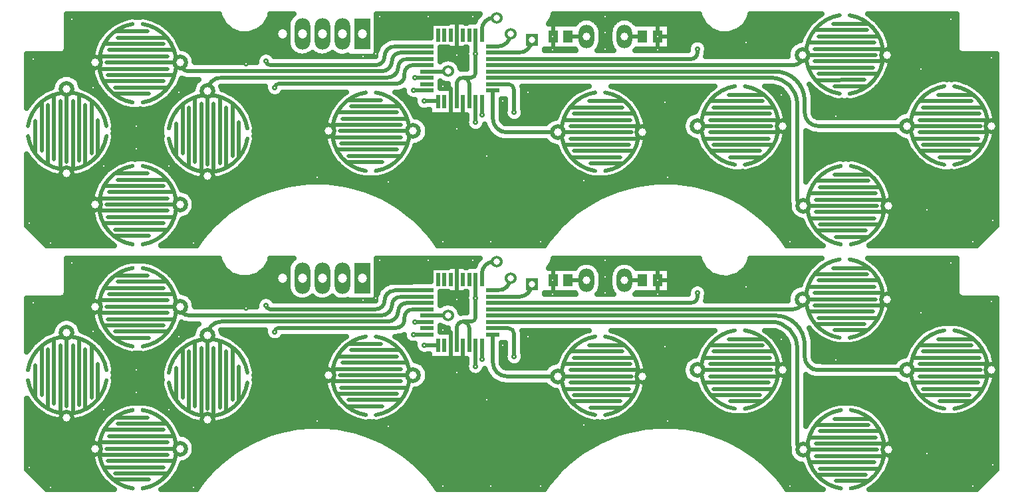
<source format=gtl>
G04 DipTrace 3.3.1.1*
G04 top_gamepad_speedlink2dendy.gtl*
%MOMM*%
G04 #@! TF.FileFunction,Copper,L1,Top*
G04 #@! TF.Part,Single*
%ADD15C,1.0*%
%ADD19C,0.3*%
%ADD34C,1.2*%
%ADD35C,0.8*%
G04 #@! TA.AperFunction,Nonconductor*
%ADD14C,0.5*%
G04 #@! TA.AperFunction,CopperBalancing*
%ADD16C,0.635*%
G04 #@! TA.AperFunction,ComponentPad*
%ADD21C,2.0*%
%ADD24R,1.3X1.5*%
G04 #@! TA.AperFunction,ComponentPad*
%ADD25R,2.0X4.0*%
%ADD26O,2.0X4.0*%
%ADD27C,1.524*%
%ADD28R,1.524X1.524*%
%ADD30R,0.5X1.7*%
%ADD31R,1.7X0.5*%
G04 #@! TA.AperFunction,ComponentPad*
%ADD32O,2.0X3.0*%
G04 #@! TA.AperFunction,ViaPad*
%ADD33C,0.7*%
%FSLAX35Y35*%
G04*
G71*
G90*
G75*
G01*
G04 Top*
%LPD*%
X6175793Y3379650D2*
D14*
X5995117D1*
G03X5889500Y3274030I2J-105619D01*
G01*
X5889503Y3247240D1*
G02X5785417Y3143127I-104088J-25D01*
G01*
X4288213Y3143120D1*
G03X4238500Y3093407I-2J-49711D01*
G01*
X6175793Y3619650D2*
X5765503D1*
G03X5635500Y3489650I4J-130008D01*
G01*
G02X5527100Y3381250I-108401J1D01*
G01*
X4175000D1*
G02X4127377Y3428873I-1J47623D01*
G01*
X6175793Y3459650D2*
X5916853D1*
G03X5810123Y3352923I-2J-106728D01*
G01*
G02X5675747Y3222500I-134421J4059D01*
G01*
X3556037D1*
G03X3381497Y3047960I-5J-174535D01*
G01*
X6175793Y3539650D2*
X5838547D1*
G03X5730750Y3431850I1J-107798D01*
G01*
G02X5596803Y3301880I-133989J4081D01*
G01*
X3143493Y3301873D1*
G02X3032130Y3413240I3J111366D01*
G01*
X7015793Y3299650D2*
X10609777D1*
G02X10985377Y2924050I-9J-375609D01*
G01*
Y2777997D1*
G03X11160000Y2603373I174626J2D01*
G01*
X12287123D1*
X7015793Y3219650D2*
X10559603D1*
G02X10890127Y2889123I-12J-330536D01*
G01*
Y1667957D1*
G03X10970677Y1587403I80547J-6D01*
G01*
X7015793Y3139650D2*
X7210600D1*
G02X7286500Y3063750I2J-75898D01*
G01*
Y2778000D1*
X7015793Y3059650D2*
Y2699457D1*
G03X7191103Y2524147I175308J-2D01*
G01*
X7842123Y2524000D1*
X7015793Y3379650D2*
X10841887D1*
G03X10986550Y3508440I-13061J160312D01*
G01*
X10954800D1*
X7015793Y3459650D2*
X9539773D1*
G03X9620127Y3540000I0J80353D01*
G01*
X9621210Y3587623D1*
X6475793Y2919650D2*
Y2652083D1*
G03X6556250Y2571623I80462J2D01*
G01*
X6635793Y2919650D2*
Y2651167D1*
G02X6556250Y2571623I-79545J2D01*
G01*
X7015793Y3619650D2*
X7080763D1*
G03X7239530Y3778417I-6J158772D01*
G01*
X7015793Y3539650D2*
X7350050D1*
G03X7509433Y3699033I-4J159387D01*
G01*
X6175793Y3299650D2*
X6427353D1*
X6445127Y3301873D1*
X6875793Y3759650D2*
Y3837123D1*
G02X7023483Y3984813I147687J3D01*
G01*
X7064887D1*
X6175793Y3059650D2*
X6004727D1*
X6175793Y3219650D2*
X6020110D1*
X6143500Y2920873D2*
X6314367D1*
G02X6315793Y2919650I295J-1099D01*
G01*
X6795793D2*
Y2651983D1*
X7969597Y3746403D2*
X8207747D1*
X8208007Y3746663D1*
X8690607D2*
X8922457D1*
X6875793Y2919650D2*
Y2746250D1*
X6715793Y2919650D2*
Y3143157D1*
G03X6636217Y3222733I-79998J-421D01*
G01*
G03X6555793Y3142310I-426J-79998D01*
G01*
Y2919650D1*
X6794983Y3524390D2*
Y3276950D1*
G02X6740770Y3222733I-54206J-10D01*
G01*
X6636217D1*
X6795793Y3759650D2*
X6794983Y3524390D1*
D33*
X4238500Y3093407D3*
X4127377Y3428873D3*
X7286500Y2778000D3*
X9621210Y3587623D3*
X6004727Y3059650D3*
X6020110Y3219650D3*
X6143500Y2920873D3*
X6795793Y2651983D3*
X6875793Y2746250D3*
X6794983Y3524390D3*
D3*
X9207373Y2905000D3*
X10683750Y3000250D3*
X11382250Y2730373D3*
X10239250Y3667000D3*
X10794873Y1127000D3*
X9239127Y1952500D3*
X7779337Y3572020D3*
X9112977Y3746663D3*
Y3572020D3*
X7779337Y3746663D3*
X8446157Y3794293D3*
Y3587897D3*
Y4000690D3*
X2476373Y2603373D3*
X1920750Y3095500D3*
X2063627Y2095373D3*
X2889127Y2095377D3*
X1158750Y3460627D3*
X6556833Y3508513D3*
X6382190Y3111597D3*
X3016125Y3032000D3*
X3873373Y3397127D3*
X5365627Y3492373D3*
X12541127Y1539750D3*
X6556250Y2571623D3*
X6984873Y1127000D3*
X6381627D3*
X7619873D3*
X7461127Y3032000D3*
X7143627Y2920877D3*
X12461750Y3333623D3*
X5524373Y3524127D3*
X1111127Y1365127D3*
X1650873Y3968627D3*
X6762627Y4000373D3*
X5572000D3*
X6191127D3*
X12842750Y3968627D3*
X13366627Y3476500D3*
X13128500Y1127000D3*
X13382500Y1396873D3*
X1381000Y1111123D3*
X3206627Y1111127D3*
X4778250Y1952500D3*
X8175500Y1904873D3*
X5683127Y1889000D3*
X6937250Y2222373D3*
X2476373Y2317627D3*
X1596193Y3966910D2*
D16*
X2293793D1*
X2691127D2*
X3551877D1*
X4163770D2*
X4420133D1*
X5540710D2*
X6795303D1*
X7767767D2*
X8131137D1*
X8284930D2*
X8613663D1*
X8767547D2*
X9663297D1*
X10275463D2*
X11109233D1*
X11879813D2*
X12913377D1*
X1596193Y3903743D2*
X2169833D1*
X2814993D2*
X3588337D1*
X4127313D2*
X4399170D1*
X5540710D2*
X6217163D1*
X8364317D2*
X8534273D1*
X9268120D2*
X9699757D1*
X10239003D2*
X11043973D1*
X11945163D2*
X12913377D1*
X1596193Y3840577D2*
X2089533D1*
X2895387D2*
X3658337D1*
X4057220D2*
X4397437D1*
X5540710D2*
X6217163D1*
X8393303D2*
X8505290D1*
X9268120D2*
X9769573D1*
X10169187D2*
X10998037D1*
X11991010D2*
X12913377D1*
X1596193Y3777410D2*
X2030747D1*
X2953993D2*
X4397437D1*
X5540710D2*
X6217163D1*
X8398680D2*
X8500003D1*
X9268120D2*
X10961760D1*
X12027287D2*
X12913377D1*
X1596193Y3714243D2*
X1984900D1*
X2999930D2*
X4397437D1*
X5540710D2*
X5677217D1*
X8398680D2*
X8500003D1*
X9268120D2*
X10933687D1*
X12055450D2*
X12913377D1*
X1596193Y3651077D2*
X1952817D1*
X3031920D2*
X4399533D1*
X5540710D2*
X5582790D1*
X8392937D2*
X8505653D1*
X9268120D2*
X9513817D1*
X9728587D2*
X10831787D1*
X12072493D2*
X12913377D1*
X1593640Y3587910D2*
X1925197D1*
X3097273D2*
X4421227D1*
X6351453D2*
X6679547D1*
X8363133D2*
X8535460D1*
X9268120D2*
X9495590D1*
X9746817D2*
X10782203D1*
X12085893D2*
X12915837D1*
X1531207Y3524743D2*
X1911253D1*
X3185230D2*
X4050080D1*
X4204697D2*
X4480017D1*
X4696153D2*
X4734040D1*
X4950177D2*
X4988063D1*
X6351453D2*
X6669340D1*
X9734970D2*
X10764887D1*
X12087990D2*
X12976997D1*
X1088147Y3461577D2*
X1899040D1*
X3216310D2*
X4006330D1*
X6351453D2*
X6422880D1*
X6467387D2*
X6679363D1*
X12087897D2*
X13421423D1*
X1088147Y3398410D2*
X1898947D1*
X6579683D2*
X6679363D1*
X12075957D2*
X13421423D1*
X1088147Y3335243D2*
X1900770D1*
X6608483D2*
X6679363D1*
X12062197D2*
X13421423D1*
X1088147Y3272077D2*
X1914170D1*
X12034760D2*
X13421423D1*
X1088147Y3208910D2*
X1449690D1*
X1725163D2*
X1930850D1*
X12003133D2*
X13421423D1*
X1088147Y3145743D2*
X1409040D1*
X1765813D2*
X1958923D1*
X3025813D2*
X3218923D1*
X6351453D2*
X6401643D1*
X11957287D2*
X12565563D1*
X13088133D2*
X13421423D1*
X1088147Y3082577D2*
X1364470D1*
X1826337D2*
X1994833D1*
X2989903D2*
X3194130D1*
X3568863D2*
X4113337D1*
X7401087D2*
X8156840D1*
X8606767D2*
X9799650D1*
X10522197D2*
X10659613D1*
X11899043D2*
X12465667D1*
X13187937D2*
X13421423D1*
X1088147Y3019410D2*
X1250173D1*
X1940633D2*
X2040770D1*
X2944057D2*
X3088947D1*
X3689993D2*
X4138583D1*
X4338407D2*
X5122777D1*
X5799930D2*
X5886123D1*
X7402183D2*
X8043453D1*
X8720243D2*
X9730380D1*
X10591557D2*
X10731437D1*
X11090763D2*
X11169757D1*
X11819200D2*
X12396397D1*
X13257390D2*
X13421423D1*
X1088147Y2956243D2*
X1173883D1*
X2016920D2*
X2105393D1*
X2879433D2*
X3000993D1*
X3777950D2*
X5047400D1*
X5875307D2*
X5938897D1*
X7402183D2*
X7967983D1*
X8795620D2*
X9679430D1*
X10642417D2*
X10763337D1*
X11099147D2*
X11291800D1*
X11697157D2*
X12345447D1*
X13308250D2*
X13421423D1*
X2074343Y2893077D2*
X2191253D1*
X2793667D2*
X2937647D1*
X3841297D2*
X4991617D1*
X5930997D2*
X6021110D1*
X7131480D2*
X7170823D1*
X7402183D2*
X7912203D1*
X8851493D2*
X9637413D1*
X10684527D2*
X10774000D1*
X11101063D2*
X12303337D1*
X13350450D2*
X13421423D1*
X2116727Y2829910D2*
X2337270D1*
X2647650D2*
X2888427D1*
X3890517D2*
X4945953D1*
X5976660D2*
X6059937D1*
X7131480D2*
X7170823D1*
X7402183D2*
X7866540D1*
X8897157D2*
X9609247D1*
X10712690D2*
X10774457D1*
X11101063D2*
X12275173D1*
X13378523D2*
X13421423D1*
X2148900Y2766743D2*
X2850693D1*
X3928250D2*
X4916787D1*
X6005827D2*
X6200120D1*
X7411570D2*
X7837463D1*
X8926323D2*
X9529403D1*
X10734473D2*
X10774457D1*
X11102337D2*
X12195510D1*
X2172507Y2703577D2*
X2822530D1*
X3956413D2*
X4891267D1*
X6092327D2*
X6680187D1*
X7131480D2*
X7186957D1*
X7386050D2*
X7794353D1*
X8951933D2*
X9460133D1*
X2188457Y2640410D2*
X2803023D1*
X3975920D2*
X4877777D1*
X6161960D2*
X6670707D1*
X7168757D2*
X7692907D1*
X8965333D2*
X9434340D1*
X2190280Y2577243D2*
X2790900D1*
X3987950D2*
X4867933D1*
X6187937D2*
X6696500D1*
X6895137D2*
X6928103D1*
X8975267D2*
X9432423D1*
X2189370Y2514077D2*
X2793453D1*
X3985397D2*
X4867933D1*
X6189850D2*
X6969300D1*
X8975267D2*
X9453753D1*
X11005723D2*
X11049170D1*
X2190737Y2450910D2*
X2790993D1*
X3987950D2*
X4872033D1*
X6168707D2*
X7046227D1*
X8971167D2*
X9511540D1*
X10733380D2*
X10774457D1*
X11005723D2*
X12177280D1*
X2176063Y2387743D2*
X2800563D1*
X3978290D2*
X4885433D1*
X6111193D2*
X7711683D1*
X8957767D2*
X9611617D1*
X10710320D2*
X10774457D1*
X11005723D2*
X12277450D1*
X13376337D2*
X13421423D1*
X2153730Y2324577D2*
X2818700D1*
X3960150D2*
X4904757D1*
X6017860D2*
X7825250D1*
X8938537D2*
X9639690D1*
X10682247D2*
X10774457D1*
X11005723D2*
X12305613D1*
X13348170D2*
X13421423D1*
X2123017Y2261410D2*
X2844677D1*
X3934267D2*
X4932830D1*
X5989787D2*
X7853323D1*
X8910373D2*
X9683257D1*
X10638680D2*
X10774457D1*
X11005723D2*
X12349090D1*
X13304603D2*
X13421423D1*
X2082363Y2198243D2*
X2880317D1*
X3898627D2*
X4971840D1*
X5950777D2*
X7892333D1*
X8871453D2*
X9736123D1*
X10585723D2*
X10774457D1*
X11005723D2*
X12401957D1*
X13251830D2*
X13421423D1*
X1088147Y2135077D2*
X1162127D1*
X2028680D2*
X2242113D1*
X2742717D2*
X2927620D1*
X3851230D2*
X5018870D1*
X5903743D2*
X7939273D1*
X8824420D2*
X9806580D1*
X10515177D2*
X10774457D1*
X11005723D2*
X11260080D1*
X11760683D2*
X12472413D1*
X13181283D2*
X13421423D1*
X1088147Y2071910D2*
X1234497D1*
X1956310D2*
X2138387D1*
X2846440D2*
X2986317D1*
X3792623D2*
X5087320D1*
X5835477D2*
X8007633D1*
X8755970D2*
X9910210D1*
X10411637D2*
X10774457D1*
X11005723D2*
X11156357D1*
X11864410D2*
X12575863D1*
X13077743D2*
X13421423D1*
X1088147Y2008743D2*
X1338857D1*
X1851947D2*
X2067750D1*
X2916897D2*
X3071813D1*
X3707130D2*
X5180197D1*
X5742600D2*
X8100420D1*
X8663183D2*
X10774457D1*
X11005723D2*
X11085810D1*
X11935047D2*
X13421423D1*
X1088147Y1945577D2*
X2014793D1*
X2969850D2*
X3206710D1*
X3572143D2*
X5353830D1*
X5568967D2*
X8273687D1*
X8489917D2*
X10774457D1*
X11988003D2*
X13421423D1*
X1088147Y1882410D2*
X1971227D1*
X3013510D2*
X4598507D1*
X4958017D2*
X9035483D1*
X9395177D2*
X10774457D1*
X12031570D2*
X13421423D1*
X1088147Y1819243D2*
X1943063D1*
X3041673D2*
X4260627D1*
X5295893D2*
X8695877D1*
X9734787D2*
X10774457D1*
X12059733D2*
X13421423D1*
X1088147Y1756077D2*
X1920003D1*
X3141570D2*
X4076787D1*
X5479733D2*
X8511123D1*
X9919540D2*
X10774457D1*
X12082793D2*
X13421423D1*
X1088147Y1692910D2*
X1906513D1*
X3199447D2*
X3935510D1*
X5621010D2*
X8369210D1*
X10061453D2*
X10774457D1*
X12096193D2*
X13421423D1*
X1088147Y1629743D2*
X1898947D1*
X3220867D2*
X3820667D1*
X5735853D2*
X8253817D1*
X10176843D2*
X10778557D1*
X12103850D2*
X13421423D1*
X1088147Y1566577D2*
X1898947D1*
X3219043D2*
X3721410D1*
X5835113D2*
X8154013D1*
X10276647D2*
X10781200D1*
X12103850D2*
X13421423D1*
X1088147Y1503410D2*
X1905330D1*
X3193340D2*
X3634730D1*
X5921790D2*
X8066787D1*
X10363783D2*
X10800250D1*
X12097377D2*
X13421423D1*
X1088147Y1440243D2*
X1918817D1*
X3124343D2*
X3557983D1*
X5998447D2*
X7989677D1*
X10440983D2*
X10853387D1*
X12083980D2*
X13421423D1*
X1088147Y1377077D2*
X1940510D1*
X3044137D2*
X3488530D1*
X6067990D2*
X7919770D1*
X10510803D2*
X10958663D1*
X12062197D2*
X13421423D1*
X1109747Y1313910D2*
X1968673D1*
X3015970D2*
X3424913D1*
X6131610D2*
X7855693D1*
X10574970D2*
X10986733D1*
X12034123D2*
X13399820D1*
X1172910Y1250743D2*
X2010693D1*
X2973953D2*
X3366943D1*
X6189577D2*
X7797360D1*
X10633303D2*
X11028843D1*
X11992013D2*
X13336657D1*
X1236077Y1187577D2*
X2061553D1*
X2923183D2*
X3315263D1*
X6241257D2*
X7745317D1*
X10685347D2*
X11079613D1*
X11941243D2*
X13273493D1*
X1299240Y1124410D2*
X2130913D1*
X2853913D2*
X3266863D1*
X6289657D2*
X7696460D1*
X10734200D2*
X11148883D1*
X11871883D2*
X13210330D1*
X3198153Y3065620D2*
X3202300Y3090980D1*
X3211233Y3118483D1*
X3224363Y3144250D1*
X3241360Y3167647D1*
X3261810Y3188097D1*
X3267537Y3192610D1*
X3133437Y3193007D1*
X3107633Y3195637D1*
X3087767Y3199743D1*
X3060377Y3208843D1*
X3049710Y3213727D1*
X3005407Y3114503D1*
X2998050Y3102497D1*
X2933740Y3014193D1*
X2924047Y3003977D1*
X2908263Y2989767D1*
X2887740Y2968830D1*
X2841533Y2929720D1*
X2791610Y2895480D1*
X2738480Y2866460D1*
X2682693Y2842960D1*
X2624813Y2825220D1*
X2567520Y2813657D1*
X2553053Y2812980D1*
X2538660Y2814570D1*
X2524717Y2818387D1*
X2497077Y2815597D1*
X2483000Y2815963D1*
X2460063Y2818373D1*
X2446230Y2814570D1*
X2431837Y2812980D1*
X2417370Y2813657D1*
X2358027Y2825667D1*
X2300203Y2843613D1*
X2244490Y2867310D1*
X2191457Y2896520D1*
X2141650Y2930937D1*
X2095573Y2970213D1*
X2077393Y2988953D1*
X2057303Y3007213D1*
X2048157Y3017920D1*
X1984050Y3106367D1*
X1977330Y3118743D1*
X1933010Y3218587D1*
X1929010Y3232090D1*
X1906083Y3341293D1*
X1905317Y3376340D1*
X1905440Y3462243D1*
X1907277Y3476207D1*
X1930110Y3583030D1*
X1934810Y3596307D1*
X1979353Y3696050D1*
X1986710Y3708057D1*
X2051020Y3796360D1*
X2060713Y3806577D1*
X2077307Y3821517D1*
X2097147Y3841723D1*
X2143353Y3880833D1*
X2193277Y3915073D1*
X2246407Y3944093D1*
X2302197Y3967593D1*
X2360077Y3985333D1*
X2417370Y3996897D1*
X2431837Y3997573D1*
X2446230Y3995983D1*
X2460117Y3992183D1*
X2487683Y3994957D1*
X2501760Y3994590D1*
X2524697Y3992180D1*
X2538660Y3995983D1*
X2553053Y3997573D1*
X2567520Y3996897D1*
X2626860Y3984887D1*
X2684683Y3966940D1*
X2740397Y3943243D1*
X2793430Y3914033D1*
X2843240Y3879617D1*
X2889313Y3840340D1*
X2908247Y3820807D1*
X2932240Y3798167D1*
X2998023Y3708093D1*
X3004313Y3698130D1*
X3049790Y3596667D1*
X3075150Y3592437D1*
X3102653Y3583503D1*
X3128420Y3570373D1*
X3151817Y3553377D1*
X3172267Y3532927D1*
X3189263Y3509530D1*
X3202393Y3483763D1*
X3211327Y3456260D1*
X3215853Y3427700D1*
X3216337Y3411150D1*
X4009470Y3411167D1*
X4008087Y3428873D1*
X4009557Y3447533D1*
X4013927Y3465737D1*
X4021090Y3483030D1*
X4030870Y3498990D1*
X4043027Y3513223D1*
X4057260Y3525380D1*
X4073220Y3535160D1*
X4090513Y3542323D1*
X4108717Y3546693D1*
X4127377Y3548163D1*
X4146037Y3546693D1*
X4164240Y3542323D1*
X4181533Y3535160D1*
X4197493Y3525380D1*
X4211727Y3513223D1*
X4223883Y3498990D1*
X4229463Y3490533D1*
X5526040Y3490707D1*
X5526270Y3494137D1*
X5165810Y3494127D1*
Y3507890D1*
X5139120Y3499220D1*
X5110560Y3494693D1*
X5081640D1*
X5053080Y3499220D1*
X5025577Y3508153D1*
X4999810Y3521283D1*
X4976413Y3538280D1*
X4969150Y3544997D1*
X4950423Y3529323D1*
X4925767Y3514213D1*
X4899050Y3503147D1*
X4870930Y3496397D1*
X4842100Y3494127D1*
X4813270Y3496397D1*
X4785150Y3503147D1*
X4758433Y3514213D1*
X4733777Y3529323D1*
X4715150Y3544997D1*
X4696423Y3529323D1*
X4671767Y3514213D1*
X4645050Y3503147D1*
X4616930Y3496397D1*
X4588100Y3494127D1*
X4559270Y3496397D1*
X4531150Y3503147D1*
X4504433Y3514213D1*
X4479777Y3529323D1*
X4457787Y3548103D1*
X4439007Y3570093D1*
X4423897Y3594750D1*
X4412830Y3621467D1*
X4406080Y3649587D1*
X4403813Y3678473D1*
X4404377Y3892877D1*
X4408903Y3921437D1*
X4417837Y3948940D1*
X4430967Y3974707D1*
X4447963Y3998103D1*
X4468413Y4018553D1*
X4483583Y4030053D1*
X4180343Y4030077D1*
X4173857Y3996203D1*
X4160047Y3971497D1*
X4115253Y3895077D1*
X4093823Y3876587D1*
X4025593Y3820093D1*
X3999133Y3810047D1*
X3915697Y3780300D1*
X3887397Y3779910D1*
X3798820Y3780493D1*
X3772090Y3789803D1*
X3689053Y3820647D1*
X3667123Y3838540D1*
X3599643Y3895923D1*
X3585153Y3920233D1*
X3541367Y3997240D1*
X3535167Y4030160D1*
X1589883Y4030077D1*
X1589707Y3601283D1*
X1584807Y3576027D1*
X1581950Y3569130D1*
X1566720Y3546860D1*
X1561047Y3542013D1*
X1540480Y3528747D1*
X1533383Y3526440D1*
X1508053Y3522023D1*
X1081763D1*
X1081750Y2832353D1*
X1090550Y2847113D1*
X1125567Y2896493D1*
X1165393Y2942087D1*
X1186603Y2963300D1*
X1202510Y2979820D1*
X1292583Y3045603D1*
X1302547Y3051893D1*
X1404010Y3097370D1*
X1408240Y3122730D1*
X1417173Y3150233D1*
X1430303Y3176000D1*
X1447300Y3199397D1*
X1467750Y3219847D1*
X1491147Y3236843D1*
X1516913Y3249973D1*
X1544417Y3258907D1*
X1572977Y3263433D1*
X1601897D1*
X1630457Y3258907D1*
X1657960Y3249973D1*
X1683727Y3236843D1*
X1707123Y3219847D1*
X1727573Y3199397D1*
X1744570Y3176000D1*
X1757700Y3150233D1*
X1766633Y3122730D1*
X1770117Y3102983D1*
X1786430Y3097530D1*
X1886173Y3052987D1*
X1898180Y3045630D1*
X1986483Y2981320D1*
X1996700Y2971627D1*
X2010910Y2955843D1*
X2031847Y2935320D1*
X2070957Y2889113D1*
X2105197Y2839190D1*
X2134217Y2786060D1*
X2157717Y2730273D1*
X2175457Y2672393D1*
X2187020Y2615100D1*
X2187697Y2600633D1*
X2186107Y2586240D1*
X2182290Y2572297D1*
X2185080Y2544657D1*
X2184713Y2530580D1*
X2182303Y2507643D1*
X2186107Y2493810D1*
X2187697Y2479417D1*
X2187020Y2464950D1*
X2175010Y2405607D1*
X2157717Y2349777D1*
X2134237Y2294037D1*
X2118750Y2265217D1*
X2100250Y2232937D1*
X2065233Y2183553D1*
X2025407Y2137963D1*
X2004197Y2116620D1*
X1988290Y2100100D1*
X1898217Y2034317D1*
X1888253Y2028027D1*
X1786470Y1982407D1*
X1775417Y1978327D1*
X1666373Y1954867D1*
X1654710Y1953173D1*
X1543173Y1952897D1*
X1531417Y1953663D1*
X1422257Y1976583D1*
X1410917Y1979777D1*
X1308907Y2024893D1*
X1298480Y2030377D1*
X1208080Y2095713D1*
X1199020Y2103243D1*
X1179160Y2124887D1*
X1158953Y2144727D1*
X1121047Y2189253D1*
X1085603Y2240857D1*
X1081750Y2247107D1*
Y1335553D1*
X1335470Y1081797D1*
X2200010Y1081750D1*
X2185323Y1090500D1*
X2135940Y1125517D1*
X2090350Y1165343D1*
X2069007Y1186553D1*
X2052487Y1202460D1*
X1986703Y1292533D1*
X1980413Y1302497D1*
X1934793Y1404280D1*
X1930713Y1415333D1*
X1907253Y1524377D1*
X1905560Y1536040D1*
X1905283Y1647577D1*
X1906050Y1659333D1*
X1928970Y1768493D1*
X1932163Y1779833D1*
X1977280Y1881840D1*
X1982763Y1892270D1*
X2048100Y1982670D1*
X2055633Y1991730D1*
X2077273Y2011590D1*
X2097113Y2031797D1*
X2143320Y2070907D1*
X2193243Y2105147D1*
X2246373Y2134167D1*
X2302163Y2157667D1*
X2360043Y2175407D1*
X2417337Y2186970D1*
X2431803Y2187647D1*
X2446197Y2186057D1*
X2460083Y2182257D1*
X2489997Y2185123D1*
X2531567Y2184417D1*
X2545790Y2187133D1*
X2560267Y2187593D1*
X2574633Y2185780D1*
X2633817Y2173053D1*
X2691413Y2154413D1*
X2746830Y2130043D1*
X2799500Y2100200D1*
X2848880Y2065183D1*
X2894473Y2025357D1*
X2915687Y2004147D1*
X2932207Y1988240D1*
X2997990Y1898167D1*
X3004280Y1888203D1*
X3049757Y1786740D1*
X3075117Y1782510D1*
X3102620Y1773577D1*
X3128387Y1760447D1*
X3151783Y1743450D1*
X3172233Y1723000D1*
X3189230Y1699603D1*
X3202360Y1673837D1*
X3211293Y1646333D1*
X3215820Y1617773D1*
Y1588853D1*
X3211293Y1560293D1*
X3202360Y1532790D1*
X3189230Y1507023D1*
X3172233Y1483627D1*
X3151783Y1463177D1*
X3128387Y1446180D1*
X3102620Y1433050D1*
X3075117Y1424117D1*
X3055370Y1420633D1*
X3049917Y1404320D1*
X3005373Y1304577D1*
X2998017Y1292570D1*
X2933707Y1204267D1*
X2924013Y1194050D1*
X2908230Y1179840D1*
X2887707Y1158903D1*
X2841500Y1119793D1*
X2791577Y1085553D1*
X2784807Y1081787D1*
X3243447Y1081750D1*
X3288730Y1146563D1*
X3365977Y1242773D1*
X3449423Y1333657D1*
X3538710Y1418810D1*
X3633440Y1497863D1*
X3733200Y1570470D1*
X3837543Y1636307D1*
X3946027Y1695087D1*
X4058160Y1746557D1*
X4173460Y1790480D1*
X4291413Y1826677D1*
X4411507Y1854980D1*
X4533207Y1875260D1*
X4655990Y1887440D1*
X4779303Y1891457D1*
X4902620Y1887300D1*
X5025383Y1874983D1*
X5145010Y1854973D1*
X5267123Y1826123D1*
X5385037Y1789797D1*
X5500283Y1745740D1*
X5612363Y1694147D1*
X5720773Y1635240D1*
X5825047Y1569283D1*
X5924723Y1496567D1*
X6019363Y1417407D1*
X6108553Y1332150D1*
X6191897Y1241173D1*
X6269033Y1144877D1*
X6313133Y1081733D1*
X7672780Y1081750D1*
X7718737Y1146897D1*
X7796630Y1243113D1*
X7880700Y1333990D1*
X7970580Y1419120D1*
X8065873Y1498140D1*
X8166173Y1570707D1*
X8271040Y1636497D1*
X8378150Y1694303D1*
X8492630Y1746657D1*
X8608383Y1790537D1*
X8726783Y1826693D1*
X8847310Y1854963D1*
X8969437Y1875223D1*
X9092633Y1887390D1*
X9216363Y1891403D1*
X9340090Y1887250D1*
X9463273Y1874950D1*
X9585377Y1854550D1*
X9705870Y1826147D1*
X9824230Y1789860D1*
X9939937Y1745843D1*
X10052493Y1694297D1*
X10161403Y1635440D1*
X10266193Y1569530D1*
X10366410Y1496853D1*
X10461620Y1417727D1*
X10551403Y1332493D1*
X10635370Y1241527D1*
X10711897Y1146887D1*
X10757947Y1081677D1*
X11218033Y1081747D1*
X11203273Y1090517D1*
X11153893Y1125533D1*
X11108300Y1165360D1*
X11087087Y1186570D1*
X11073710Y1198987D1*
X11052490Y1226890D1*
X11002097Y1296460D1*
X10995377Y1308837D1*
X10953017Y1403977D1*
X10927657Y1408207D1*
X10900153Y1417140D1*
X10874387Y1430270D1*
X10850990Y1447267D1*
X10830540Y1467717D1*
X10813543Y1491113D1*
X10800413Y1516880D1*
X10791480Y1544383D1*
X10786953Y1572943D1*
Y1601863D1*
X10788477Y1614717D1*
X10783623Y1636127D1*
X10781347Y1656610D1*
X10780837Y1737957D1*
X10780503Y2890600D1*
X10778420Y2919423D1*
X10772593Y2947723D1*
X10763120Y2975023D1*
X10750167Y3000853D1*
X10733953Y3024773D1*
X10714753Y3046370D1*
X10692903Y3065277D1*
X10668770Y3081170D1*
X10642767Y3093777D1*
X10615343Y3102883D1*
X10586963Y3108330D1*
X10555990Y3110363D1*
X10476570Y3110360D1*
X10517367Y3081280D1*
X10562957Y3041453D1*
X10584300Y3020243D1*
X10600820Y3004337D1*
X10666630Y2914227D1*
X10674000Y2902193D1*
X10720327Y2798137D1*
X10724327Y2784633D1*
X10746920Y2677757D1*
X10748023Y2663717D1*
X10747900Y2554480D1*
X10746063Y2540517D1*
X10723230Y2433693D1*
X10718530Y2420417D1*
X10673987Y2320673D1*
X10666630Y2308667D1*
X10602320Y2220363D1*
X10592627Y2210147D1*
X10576033Y2195207D1*
X10556193Y2175000D1*
X10509987Y2135890D1*
X10460063Y2101650D1*
X10406933Y2072630D1*
X10351143Y2049130D1*
X10293263Y2031390D1*
X10235970Y2019827D1*
X10221503Y2019150D1*
X10207110Y2020740D1*
X10193223Y2024540D1*
X10163310Y2021673D1*
X10121740Y2022380D1*
X10107517Y2019663D1*
X10093040Y2019203D1*
X10078673Y2021017D1*
X10019490Y2033743D1*
X9961893Y2052383D1*
X9906477Y2076753D1*
X9853807Y2106597D1*
X9806007Y2140283D1*
X9758833Y2181440D1*
X9737620Y2202650D1*
X9721100Y2218557D1*
X9655317Y2308630D1*
X9649027Y2318593D1*
X9603550Y2420057D1*
X9578190Y2424287D1*
X9550687Y2433220D1*
X9524920Y2446350D1*
X9501523Y2463347D1*
X9481073Y2483797D1*
X9464077Y2507193D1*
X9450947Y2532960D1*
X9442013Y2560463D1*
X9437487Y2589023D1*
Y2617943D1*
X9442013Y2646503D1*
X9450947Y2674007D1*
X9464077Y2699773D1*
X9481073Y2723170D1*
X9501523Y2743620D1*
X9524920Y2760617D1*
X9550687Y2773747D1*
X9578190Y2782680D1*
X9597937Y2786163D1*
X9603390Y2802477D1*
X9647933Y2902220D1*
X9655290Y2914227D1*
X9719600Y3002530D1*
X9729293Y3012747D1*
X9745077Y3026957D1*
X9765600Y3047893D1*
X9811807Y3087003D1*
X9845223Y3110310D1*
X8520943Y3110360D1*
X8580813Y3091027D1*
X8636227Y3066657D1*
X8688897Y3036813D1*
X8736697Y3003127D1*
X8783870Y2961970D1*
X8805213Y2940760D1*
X8821733Y2924853D1*
X8887517Y2834780D1*
X8893807Y2824817D1*
X8939427Y2723033D1*
X8943507Y2711980D1*
X8966967Y2602937D1*
X8968660Y2591273D1*
X8968937Y2479737D1*
X8968170Y2467980D1*
X8945250Y2358820D1*
X8942057Y2347480D1*
X8896940Y2245470D1*
X8891457Y2235043D1*
X8826120Y2144643D1*
X8818590Y2135583D1*
X8796947Y2115723D1*
X8777107Y2095517D1*
X8730900Y2056407D1*
X8680977Y2022167D1*
X8627847Y1993147D1*
X8574020Y1970290D1*
X8514177Y1951907D1*
X8456883Y1940343D1*
X8442417Y1939667D1*
X8428023Y1941257D1*
X8414137Y1945057D1*
X8384223Y1942190D1*
X8342653Y1942897D1*
X8328430Y1940180D1*
X8313953Y1939720D1*
X8299587Y1941533D1*
X8240403Y1954260D1*
X8182807Y1972900D1*
X8127390Y1997270D1*
X8074720Y2027113D1*
X8025340Y2062130D1*
X7979747Y2101957D1*
X7958533Y2123167D1*
X7942013Y2139073D1*
X7876230Y2229147D1*
X7869940Y2239110D1*
X7824463Y2340573D1*
X7799103Y2344803D1*
X7771600Y2353737D1*
X7745833Y2366867D1*
X7722437Y2383863D1*
X7701987Y2404313D1*
X7693763Y2414743D1*
X7179380Y2415390D1*
X7152507Y2417493D1*
X7116033Y2424943D1*
X7080843Y2437090D1*
X7047540Y2453727D1*
X7016693Y2474567D1*
X6988833Y2499257D1*
X6964433Y2527370D1*
X6945353Y2555923D1*
X6931117Y2584030D1*
X6922700Y2605923D1*
X6915833Y2627213D1*
X6911787Y2624137D1*
X6906003Y2606333D1*
X6897503Y2589653D1*
X6886503Y2574510D1*
X6873267Y2561273D1*
X6858123Y2550273D1*
X6841443Y2541773D1*
X6823640Y2535990D1*
X6805153Y2533060D1*
X6786433D1*
X6767947Y2535990D1*
X6750143Y2541773D1*
X6733463Y2550273D1*
X6718320Y2561273D1*
X6705083Y2574510D1*
X6694083Y2589653D1*
X6685583Y2606333D1*
X6679800Y2624137D1*
X6676870Y2642623D1*
Y2661343D1*
X6679800Y2679830D1*
X6685583Y2697633D1*
X6686517Y2699660D1*
X6686503Y2750330D1*
X6206503Y2750360D1*
Y2811520D1*
X6191230Y2811583D1*
X6180363Y2807423D1*
X6162160Y2803053D1*
X6143500Y2801583D1*
X6124840Y2803053D1*
X6106637Y2807423D1*
X6089343Y2814587D1*
X6073383Y2824367D1*
X6059150Y2836523D1*
X6046993Y2850757D1*
X6037213Y2866717D1*
X6030050Y2884010D1*
X6025680Y2902213D1*
X6024210Y2920873D1*
X6025680Y2939533D1*
X6026227Y2942297D1*
X6004727Y2940360D1*
X5986067Y2941830D1*
X5967863Y2946200D1*
X5950570Y2953363D1*
X5934610Y2963143D1*
X5920377Y2975300D1*
X5908220Y2989533D1*
X5898440Y3005493D1*
X5891277Y3022787D1*
X5886907Y3040990D1*
X5885467Y3058883D1*
X5868403Y3050640D1*
X5842030Y3041490D1*
X5814690Y3035860D1*
X5785417Y3033837D1*
X5772930D1*
X5817843Y3001910D1*
X5863433Y2962083D1*
X5884647Y2940873D1*
X5901167Y2924967D1*
X5966950Y2834893D1*
X5973240Y2824930D1*
X6018720Y2723467D1*
X6044080Y2719237D1*
X6071583Y2710303D1*
X6097350Y2697173D1*
X6120747Y2680177D1*
X6141193Y2659727D1*
X6158190Y2636330D1*
X6171320Y2610563D1*
X6180257Y2583060D1*
X6184780Y2554500D1*
Y2525580D1*
X6180257Y2497020D1*
X6171320Y2469517D1*
X6158190Y2443750D1*
X6141193Y2420353D1*
X6120747Y2399903D1*
X6097350Y2382907D1*
X6071583Y2369777D1*
X6044080Y2360843D1*
X6024330Y2357360D1*
X6018880Y2341047D1*
X5974337Y2241303D1*
X5966977Y2229297D1*
X5902670Y2140993D1*
X5892977Y2130777D1*
X5877193Y2116567D1*
X5856670Y2095630D1*
X5812143Y2057723D1*
X5760540Y2022280D1*
X5707410Y1993260D1*
X5651620Y1969760D1*
X5593740Y1952020D1*
X5536447Y1940457D1*
X5521980Y1939780D1*
X5507587Y1941370D1*
X5493647Y1945187D1*
X5466007Y1942397D1*
X5451927Y1942763D1*
X5428993Y1945173D1*
X5415157Y1941370D1*
X5400763Y1939780D1*
X5386297Y1940457D1*
X5326957Y1952467D1*
X5269133Y1970413D1*
X5213420Y1994110D1*
X5160387Y2023320D1*
X5110577Y2057737D1*
X5064503Y2097013D1*
X5046320Y2115753D1*
X5026233Y2134013D1*
X5017087Y2144720D1*
X4952977Y2233170D1*
X4946257Y2245547D1*
X4901940Y2345387D1*
X4897940Y2358890D1*
X4875350Y2465767D1*
X4874243Y2479807D1*
X4874367Y2589043D1*
X4876203Y2603007D1*
X4899037Y2709830D1*
X4903737Y2723107D1*
X4948280Y2822850D1*
X4955640Y2834857D1*
X5019947Y2923160D1*
X5029640Y2933377D1*
X5046237Y2948317D1*
X5066077Y2968523D1*
X5112283Y3007633D1*
X5149887Y3033860D1*
X4341757Y3033830D1*
X4335007Y3023290D1*
X4322850Y3009057D1*
X4308617Y2996900D1*
X4292657Y2987120D1*
X4275363Y2979957D1*
X4257160Y2975587D1*
X4238500Y2974117D1*
X4219840Y2975587D1*
X4201637Y2979957D1*
X4184343Y2987120D1*
X4168383Y2996900D1*
X4154150Y3009057D1*
X4141993Y3023290D1*
X4132213Y3039250D1*
X4125050Y3056543D1*
X4120680Y3074747D1*
X4119210Y3093407D1*
X4120900Y3113180D1*
X3553980Y3112840D1*
X3560693Y3090980D1*
X3564177Y3071233D1*
X3580490Y3065780D1*
X3680233Y3021237D1*
X3692240Y3013880D1*
X3780543Y2949570D1*
X3790760Y2939877D1*
X3804970Y2924093D1*
X3825907Y2903570D1*
X3865017Y2857363D1*
X3899257Y2807440D1*
X3927437Y2756200D1*
X3951777Y2698523D1*
X3969517Y2640643D1*
X3981080Y2583350D1*
X3981757Y2568883D1*
X3980167Y2554490D1*
X3976350Y2540547D1*
X3979140Y2512907D1*
X3978773Y2498830D1*
X3976363Y2475893D1*
X3980167Y2462060D1*
X3981757Y2447667D1*
X3981080Y2433200D1*
X3969070Y2373857D1*
X3951123Y2316033D1*
X3927427Y2260320D1*
X3898217Y2207287D1*
X3863800Y2157480D1*
X3824523Y2111403D1*
X3805783Y2093223D1*
X3785840Y2071493D1*
X3757937Y2050273D1*
X3688367Y1999880D1*
X3675990Y1993160D1*
X3576150Y1948840D1*
X3562647Y1944843D1*
X3455770Y1922250D1*
X3441730Y1921147D1*
X3332493Y1921270D1*
X3318530Y1923107D1*
X3211707Y1945940D1*
X3198430Y1950640D1*
X3098687Y1995183D1*
X3086680Y2002540D1*
X2998377Y2066850D1*
X2988160Y2076543D1*
X2973220Y2093137D1*
X2953013Y2112977D1*
X2913903Y2159183D1*
X2879663Y2209107D1*
X2850643Y2262237D1*
X2827143Y2318027D1*
X2809403Y2375907D1*
X2797840Y2433200D1*
X2797163Y2447667D1*
X2798753Y2462060D1*
X2802553Y2475947D1*
X2799687Y2505860D1*
X2800393Y2547430D1*
X2797677Y2561653D1*
X2797217Y2576130D1*
X2799030Y2590497D1*
X2811757Y2649680D1*
X2830397Y2707277D1*
X2854767Y2762693D1*
X2883450Y2813653D1*
X2919627Y2864743D1*
X2959453Y2910337D1*
X2980663Y2931550D1*
X2996570Y2948070D1*
X3086643Y3013853D1*
X3096607Y3020143D1*
X3198070Y3065620D1*
X7693833Y2633343D2*
X7711810Y2654313D1*
X7733800Y2673093D1*
X7758457Y2688203D1*
X7785173Y2699270D1*
X7813293Y2706020D1*
X7818850Y2706680D1*
X7822517Y2718677D1*
X7868847Y2822737D1*
X7876203Y2834743D1*
X7940513Y2923047D1*
X7950207Y2933263D1*
X7965990Y2947473D1*
X7986513Y2968410D1*
X8032720Y3007520D1*
X8082643Y3041760D1*
X8135773Y3070780D1*
X8191560Y3094280D1*
X8242433Y3110283D1*
X7389823Y3110360D1*
X7394010Y3089337D1*
X7395790Y3063750D1*
Y2825767D1*
X7402493Y2805847D1*
X7405423Y2787360D1*
Y2768640D1*
X7402493Y2750153D1*
X7396710Y2732350D1*
X7388210Y2715670D1*
X7377210Y2700527D1*
X7363973Y2687290D1*
X7348830Y2676290D1*
X7332150Y2667790D1*
X7314347Y2662007D1*
X7295860Y2659077D1*
X7277140D1*
X7258653Y2662007D1*
X7240850Y2667790D1*
X7224170Y2676290D1*
X7209027Y2687290D1*
X7195790Y2700527D1*
X7184790Y2715670D1*
X7176290Y2732350D1*
X7170507Y2750153D1*
X7167577Y2768640D1*
Y2787360D1*
X7170507Y2805847D1*
X7176290Y2823650D1*
X7177223Y2825677D1*
X7177210Y2950357D1*
X7125020Y2950360D1*
X7125450Y2697450D1*
X7127167Y2684400D1*
X7130330Y2674267D1*
X7137797Y2661080D1*
X7144597Y2652927D1*
X7156540Y2643600D1*
X7165940Y2638673D1*
X7180547Y2634627D1*
X7194693Y2633437D1*
X7693797Y2633323D1*
X12269463Y2420030D2*
X12244103Y2424177D1*
X12216600Y2433110D1*
X12190833Y2446240D1*
X12167437Y2463237D1*
X12146987Y2483687D1*
X12138763Y2494117D1*
X11159967Y2494083D1*
X11121490Y2496713D1*
X11085107Y2504147D1*
X11050003Y2516267D1*
X11016780Y2532863D1*
X10999403Y2544297D1*
X10999417Y1889890D1*
X11018473Y1917023D1*
X11069067Y1986450D1*
X11078760Y1996667D1*
X11094543Y2010877D1*
X11115067Y2031813D1*
X11161273Y2070923D1*
X11211197Y2105163D1*
X11264327Y2134183D1*
X11320113Y2157683D1*
X11377993Y2175423D1*
X11435287Y2186987D1*
X11449753Y2187663D1*
X11464150Y2186073D1*
X11478090Y2182257D1*
X11505730Y2185047D1*
X11519807Y2184680D1*
X11542743Y2182270D1*
X11556577Y2186073D1*
X11570970Y2187663D1*
X11585437Y2186987D1*
X11644780Y2174977D1*
X11702603Y2157030D1*
X11758317Y2133333D1*
X11811347Y2104123D1*
X11861157Y2069707D1*
X11907233Y2030430D1*
X11925413Y2011690D1*
X11945503Y1993430D1*
X11954650Y1982723D1*
X12018757Y1894277D1*
X12025477Y1881897D1*
X12069797Y1782057D1*
X12073797Y1768553D1*
X12096387Y1661677D1*
X12097490Y1647637D1*
X12097370Y1538400D1*
X12095530Y1524437D1*
X12072700Y1417613D1*
X12067997Y1404337D1*
X12022360Y1302513D1*
X12002380Y1273710D1*
X11951787Y1204283D1*
X11942093Y1194067D1*
X11925500Y1179127D1*
X11905660Y1158920D1*
X11859453Y1119810D1*
X11809530Y1085570D1*
X11802600Y1081713D1*
X13173983Y1081750D1*
X13427733Y1335470D1*
X13427750Y3521777D1*
X12997767Y3521970D1*
X12971383Y3527517D1*
X12964730Y3530903D1*
X12944587Y3544830D1*
X12939740Y3550507D1*
X12926473Y3571073D1*
X12924167Y3578170D1*
X12919750Y3603500D1*
Y4029790D1*
X11787293Y4029750D1*
X11801573Y4021253D1*
X11850957Y3986237D1*
X11896547Y3946410D1*
X11917890Y3925200D1*
X11934410Y3909293D1*
X12000193Y3819220D1*
X12006483Y3809257D1*
X12052103Y3707473D1*
X12056183Y3696420D1*
X12079643Y3587377D1*
X12081337Y3575713D1*
X12081613Y3464177D1*
X12080847Y3452420D1*
X12057927Y3343260D1*
X12054733Y3331920D1*
X12009617Y3229910D1*
X12004133Y3219483D1*
X11938797Y3129083D1*
X11931267Y3120023D1*
X11909623Y3100163D1*
X11889783Y3079957D1*
X11843577Y3040847D1*
X11795447Y3007633D1*
X11740523Y2977587D1*
X11684733Y2954087D1*
X11626853Y2936347D1*
X11569560Y2924783D1*
X11555093Y2924107D1*
X11540700Y2925697D1*
X11526813Y2929497D1*
X11499247Y2926723D1*
X11485170Y2927090D1*
X11462233Y2929500D1*
X11448270Y2925697D1*
X11433877Y2924107D1*
X11419410Y2924783D1*
X11360070Y2936793D1*
X11302247Y2954740D1*
X11246533Y2978437D1*
X11193500Y3007647D1*
X11143690Y3042063D1*
X11097617Y3081340D1*
X11078683Y3100873D1*
X11054690Y3123513D1*
X11044380Y3137233D1*
X11057197Y3110927D1*
X11077763Y3050930D1*
X11090320Y2988760D1*
X11094427Y2931267D1*
X11094730Y2780587D1*
X11095843Y2767567D1*
X11099223Y2754953D1*
X11104720Y2743807D1*
X11112667Y2733450D1*
X11122013Y2725253D1*
X11133320Y2718727D1*
X11145087Y2714730D1*
X11158033Y2713027D1*
X11230000Y2712663D1*
X12138817D1*
X12156810Y2733687D1*
X12178800Y2752467D1*
X12203457Y2767577D1*
X12230173Y2778643D1*
X12258293Y2785393D1*
X12263850Y2786053D1*
X12269303Y2802367D1*
X12313847Y2902110D1*
X12321203Y2914117D1*
X12385513Y3002420D1*
X12395207Y3012637D1*
X12410987Y3026847D1*
X12431513Y3047783D1*
X12477720Y3086893D1*
X12527643Y3121133D1*
X12580773Y3150153D1*
X12636560Y3173653D1*
X12694440Y3191393D1*
X12751733Y3202957D1*
X12766200Y3203633D1*
X12780593Y3202043D1*
X12794537Y3198227D1*
X12822177Y3201017D1*
X12836253Y3200650D1*
X12859190Y3198240D1*
X12873023Y3202043D1*
X12887417Y3203633D1*
X12901883Y3202957D1*
X12961227Y3190947D1*
X13019050Y3173000D1*
X13074763Y3149303D1*
X13127797Y3120093D1*
X13177603Y3085677D1*
X13223680Y3046400D1*
X13241860Y3027660D1*
X13261950Y3009400D1*
X13271097Y2998693D1*
X13335203Y2910247D1*
X13341923Y2897867D1*
X13386243Y2798027D1*
X13390243Y2784523D1*
X13412833Y2677647D1*
X13413937Y2663607D1*
X13413817Y2554370D1*
X13411977Y2540407D1*
X13389143Y2433583D1*
X13384443Y2420307D1*
X13339900Y2320563D1*
X13332543Y2308557D1*
X13268233Y2220253D1*
X13258540Y2210037D1*
X13241947Y2195097D1*
X13222107Y2174890D1*
X13175900Y2135780D1*
X13125977Y2101540D1*
X13072847Y2072520D1*
X13017057Y2049020D1*
X12959177Y2031280D1*
X12901883Y2019717D1*
X12887417Y2019040D1*
X12873023Y2020630D1*
X12859137Y2024430D1*
X12829223Y2021563D1*
X12787653Y2022270D1*
X12773430Y2019553D1*
X12758953Y2019093D1*
X12744587Y2020907D1*
X12685403Y2033633D1*
X12627807Y2052273D1*
X12572390Y2076643D1*
X12519720Y2106487D1*
X12470340Y2141503D1*
X12424747Y2181330D1*
X12403533Y2202540D1*
X12387013Y2218447D1*
X12321230Y2308520D1*
X12314940Y2318483D1*
X12269463Y2419947D1*
X10771670Y3488983D2*
X10770510Y3508440D1*
X10772780Y3537270D1*
X10779530Y3565390D1*
X10790597Y3592107D1*
X10805707Y3616763D1*
X10824487Y3638753D1*
X10846477Y3657533D1*
X10871133Y3672643D1*
X10897850Y3683710D1*
X10925970Y3690460D1*
X10931527Y3691120D1*
X10936980Y3707433D1*
X10981523Y3807177D1*
X10988880Y3819183D1*
X11053190Y3907487D1*
X11062883Y3917703D1*
X11078667Y3931913D1*
X11099190Y3952850D1*
X11145397Y3991960D1*
X11195320Y4026200D1*
X11201500Y4029750D1*
X10291957D1*
X10285407Y3995887D1*
X10271597Y3971180D1*
X10226807Y3894767D1*
X10205377Y3876277D1*
X10137153Y3819790D1*
X10110693Y3809743D1*
X10027267Y3780000D1*
X9998967Y3779610D1*
X9910397Y3780193D1*
X9883667Y3789503D1*
X9800640Y3820343D1*
X9778710Y3838237D1*
X9711237Y3895613D1*
X9696747Y3919927D1*
X9652967Y3996923D1*
X9646763Y4029840D1*
X7784417Y4030067D1*
X7777860Y3996203D1*
X7764050Y3971497D1*
X7726043Y3905667D1*
X8059383Y3905693D1*
X8077693Y3926977D1*
X8099683Y3945757D1*
X8124340Y3960867D1*
X8151057Y3971933D1*
X8179177Y3978683D1*
X8208007Y3980953D1*
X8236837Y3978683D1*
X8264957Y3971933D1*
X8291673Y3960867D1*
X8316330Y3945757D1*
X8338320Y3926977D1*
X8357100Y3904987D1*
X8372210Y3880330D1*
X8383277Y3853613D1*
X8390027Y3825493D1*
X8392297Y3796663D1*
X8391730Y3682203D1*
X8387203Y3653643D1*
X8378270Y3626140D1*
X8365140Y3600373D1*
X8348143Y3576977D1*
X8340737Y3568967D1*
X8557707Y3568940D1*
X8541513Y3588340D1*
X8526403Y3612997D1*
X8515337Y3639713D1*
X8508587Y3667833D1*
X8506317Y3696663D1*
Y3796663D1*
X8508587Y3825493D1*
X8515337Y3853613D1*
X8526403Y3880330D1*
X8541513Y3904987D1*
X8560293Y3926977D1*
X8582283Y3945757D1*
X8606940Y3960867D1*
X8633657Y3971933D1*
X8661777Y3978683D1*
X8690607Y3980953D1*
X8719437Y3978683D1*
X8747557Y3971933D1*
X8774273Y3960867D1*
X8798930Y3945757D1*
X8820920Y3926977D1*
X8838967Y3905920D1*
X9261747Y3905953D1*
Y3587373D1*
X8839050D1*
X8823337Y3568967D1*
X9503390Y3568963D1*
X9501920Y3587623D1*
X9503390Y3606283D1*
X9507760Y3624487D1*
X9514923Y3641780D1*
X9524703Y3657740D1*
X9536860Y3671973D1*
X9551093Y3684130D1*
X9567053Y3693910D1*
X9584347Y3701073D1*
X9602550Y3705443D1*
X9621210Y3706913D1*
X9639870Y3705443D1*
X9658073Y3701073D1*
X9675367Y3693910D1*
X9691327Y3684130D1*
X9705560Y3671973D1*
X9717717Y3657740D1*
X9727497Y3641780D1*
X9734660Y3624487D1*
X9739030Y3606283D1*
X9740500Y3587623D1*
X9739030Y3568963D1*
X9734660Y3550760D1*
X9729383Y3537553D1*
X9727590Y3513793D1*
X9722460Y3488940D1*
X10771457D1*
X7820297Y3587113D2*
X7669940D1*
X7669923Y3568860D1*
X8075180Y3568940D1*
X8059857Y3587143D1*
X7820307Y3587203D1*
X5534390Y4029987D2*
X5534757Y3553000D1*
X5545000Y3582573D1*
X5559013Y3610560D1*
X5576563Y3636477D1*
X5597343Y3659880D1*
X5621003Y3680373D1*
X5647133Y3697603D1*
X5675287Y3711273D1*
X5704987Y3721153D1*
X5735720Y3727073D1*
X5758387Y3728707D1*
X6223523Y3728940D1*
X6223503Y3911940D1*
X6446503Y3912360D1*
Y3928940D1*
X6665083D1*
Y3911933D1*
X6686487Y3911940D1*
X6686503Y3928940D1*
X6783547D1*
X6792433Y3948910D1*
X6804707Y3971687D1*
X6818743Y3992423D1*
X6840767Y4017820D1*
X6854220Y4030063D1*
X5534407Y4030073D1*
X6446453Y3141437D2*
X6432533Y3141877D1*
X6407660Y3145817D1*
X6383710Y3153600D1*
X6361270Y3165033D1*
X6345110Y3176513D1*
X6345083Y3089003D1*
X6446510Y3088940D1*
X6446503Y3141370D1*
X6345110Y3427233D2*
X6361270Y3438713D1*
X6383710Y3450147D1*
X6407660Y3457930D1*
X6432533Y3461870D1*
X6457720D1*
X6482593Y3457930D1*
X6506543Y3450147D1*
X6528983Y3438713D1*
X6549357Y3423910D1*
X6567163Y3406103D1*
X6581967Y3385730D1*
X6593400Y3363290D1*
X6601183Y3339340D1*
X6603227Y3329057D1*
X6623290Y3331440D1*
X6659550Y3332023D1*
X6685710D1*
X6685693Y3476650D1*
X6678990Y3496543D1*
X6676060Y3515030D1*
Y3533750D1*
X6678990Y3552237D1*
X6684773Y3570040D1*
X6685860Y3572400D1*
X6685980Y3607437D1*
X6665083Y3606940D1*
Y3590360D1*
X6446503D1*
Y3607367D1*
X6345103Y3607360D1*
X6345083Y3427417D1*
X11034403Y1251753D2*
X11034370Y1251800D1*
X12350850Y2267723D2*
X12350817Y2267770D1*
X6685707Y3476713D2*
X6681533Y3487527D1*
X6677163Y3505730D1*
X6675693Y3524390D1*
X6677163Y3543050D1*
X6681533Y3561253D1*
X6685860Y3572400D1*
X7779597Y3905603D2*
D14*
Y3587203D1*
X9112457Y3905863D2*
Y3587463D1*
Y3746663D2*
X9261657D1*
X6475793Y3088850D2*
Y2750450D1*
X6635793Y2919650D2*
Y2750450D1*
X6555793Y3928850D2*
Y3590450D1*
D21*
X3381497Y1968460D3*
Y3047960D3*
X1587437Y2000210D3*
Y3079710D3*
X1952597Y1603313D3*
X3032097D3*
X1952630Y3413240D3*
X3032130D3*
X8921623Y2524000D3*
X7842123D3*
X4921557Y2540040D3*
X6001057D3*
X12050177Y1587403D3*
X10970677D3*
X13366623Y2603373D3*
X12287123D3*
X10700710Y2603483D3*
X9621210D3*
X12034300Y3508440D3*
X10954800D3*
D24*
X7779597Y3746403D3*
X7969597D3*
X9112457Y3746663D3*
X8922457D3*
D25*
X5350100Y3778417D3*
D26*
X5096100D3*
X4842100D3*
X4588100D3*
X4334100D3*
D27*
X7239530D3*
X7064887Y3984813D3*
X6445127Y3301873D3*
D28*
X7509433Y3699033D3*
D30*
X6315793Y2919650D3*
X6395793D3*
X6475793D3*
X6555793D3*
X6635793D3*
X6715793D3*
X6795793D3*
X6875793D3*
D31*
X7015793Y3059650D3*
Y3139650D3*
Y3219650D3*
Y3299650D3*
Y3379650D3*
Y3459650D3*
Y3539650D3*
Y3619650D3*
D30*
X6875793Y3759650D3*
X6795793D3*
X6715793D3*
X6635793D3*
X6555793D3*
X6475793D3*
X6395793D3*
X6315793D3*
D31*
X6175793Y3619650D3*
Y3539650D3*
Y3459650D3*
Y3379650D3*
Y3299650D3*
Y3219650D3*
Y3139650D3*
Y3059650D3*
D32*
X8690607Y3746663D3*
X8208007D3*
X3540229Y2968574D2*
D14*
Y2127303D1*
X3063932Y2873379D2*
X3064048Y2254229D1*
X3302197Y2031980D2*
Y2889245D1*
X3381580Y2111437D2*
Y2984568D1*
X3778378Y2206632D2*
Y2651130D1*
X3222814Y2968574D2*
Y2143169D1*
X2889406Y2571801D2*
G02X3889514Y2571801I500054J-77299D01*
G01*
X3698995Y2889245D2*
Y2222498D1*
X3460847Y2889245D2*
Y2031980D1*
X3619612Y2079577D2*
Y2841648D1*
X3889514Y2444747D2*
G02X2889406Y2444747I-500054J77299D01*
G01*
X3143431Y2079577D2*
Y2841648D1*
X2984666Y2222498D2*
Y2635264D1*
X1746169Y3000324D2*
Y2159053D1*
X1269872Y2905129D2*
X1269988Y2285979D1*
X1508137Y2063730D2*
Y2920995D1*
X1587520Y2143187D2*
Y3016318D1*
X1984318Y2238382D2*
Y2682880D1*
X1428754Y3000324D2*
Y2174919D1*
X1095346Y2603551D2*
G02X2095454Y2603551I500054J-77299D01*
G01*
X1904935Y2920995D2*
Y2254248D1*
X1666787Y2920995D2*
Y2063730D1*
X1825552Y2111327D2*
Y2873398D1*
X2095454Y2476497D2*
G02X1095346Y2476497I-500054J77299D01*
G01*
X1349371Y2111327D2*
Y2873398D1*
X1190606Y2254248D2*
Y2667014D1*
X2952711Y1444581D2*
X2111440D1*
X2857516Y1920878D2*
X2238366Y1920762D1*
X2016117Y1682613D2*
X2873382D1*
X2095574Y1603230D2*
X2968705D1*
X2190769Y1206432D2*
X2635267D1*
X2952711Y1761996D2*
X2127305D1*
X2555938Y2095404D2*
G02X2555938Y1095296I-77299J-500054D01*
G01*
X2873382Y1285815D2*
X2206634D1*
X2873382Y1523963D2*
X2016117D1*
X2063714Y1365198D2*
X2825784D1*
X2428883Y1095296D2*
G02X2428883Y2095404I77299J500054D01*
G01*
X2063714Y1841379D2*
X2825784D1*
X2206634Y2000144D2*
X2619401D1*
X2952744Y3254507D2*
X2111473D1*
X2857549Y3730804D2*
X2238399Y3730688D1*
X2016150Y3492540D2*
X2873415D1*
X2095607Y3413157D2*
X2968738D1*
X2190802Y3016359D2*
X2635300D1*
X2952744Y3571923D2*
X2127339D1*
X2555971Y3905331D2*
G02X2555971Y2905223I-77299J-500054D01*
G01*
X2873415Y3095742D2*
X2206668D1*
X2873415Y3333890D2*
X2016150D1*
X2063747Y3175124D2*
X2825818D1*
X2428917Y2905223D2*
G02X2428917Y3905331I77299J500054D01*
G01*
X2063747Y3651305D2*
X2825818D1*
X2206668Y3810071D2*
X2619434D1*
X7921509Y2682733D2*
X8762780D1*
X8016704Y2206436D2*
X8635854Y2206552D1*
X8858103Y2444700D2*
X8000838D1*
X8778646Y2524083D2*
X7905515D1*
X8683451Y2920881D2*
X8238953D1*
X7921509Y2365317D2*
X8746915D1*
X8318282Y2031909D2*
G02X8318282Y3032017I77299J500054D01*
G01*
X8000838Y2841498D2*
X8667586D1*
X8000838Y2603350D2*
X8858103D1*
X8810506Y2762116D2*
X8048436D1*
X8445337Y3032017D2*
G02X8445337Y2031909I-77299J-500054D01*
G01*
X8810506Y2285935D2*
X8048436D1*
X8667586Y2127169D2*
X8254819D1*
X5921671Y2381307D2*
X5080400D1*
X5826476Y2857604D2*
X5207326Y2857488D1*
X4985077Y2619340D2*
X5842342D1*
X5064534Y2539957D2*
X5937665D1*
X5159729Y2143159D2*
X5604227D1*
X5921671Y2698723D2*
X5096265D1*
X5524898Y3032131D2*
G02X5524898Y2032023I-77299J-500054D01*
G01*
X5842342Y2222542D2*
X5175594D1*
X5842342Y2460690D2*
X4985077D1*
X5032674Y2301924D2*
X5794744D1*
X5397843Y2032023D2*
G02X5397843Y3032131I77299J500054D01*
G01*
X5032674Y2778105D2*
X5794744D1*
X5175594Y2936871D2*
X5588361D1*
X11050063Y1746136D2*
X11891334D1*
X11145257Y1269839D2*
X11764407Y1269955D1*
X11986657Y1508104D2*
X11129392D1*
X11907200Y1587486D2*
X11034069D1*
X11812005Y1984285D2*
X11367507D1*
X11050063Y1428721D2*
X11875468D1*
X11446836Y1095313D2*
G02X11446836Y2095421I77299J500054D01*
G01*
X11129392Y1904902D2*
X11796139D1*
X11129392Y1666753D2*
X11986657D1*
X11939059Y1825519D2*
X11176989D1*
X11573890Y2095421D2*
G02X11573890Y1095313I-77299J-500054D01*
G01*
X11939059Y1349338D2*
X11176989D1*
X11796139Y1190572D2*
X11383372D1*
X12366509Y2762106D2*
X13207780D1*
X12461704Y2285809D2*
X13080854Y2285925D1*
X13303103Y2524074D2*
X12445838D1*
X13223646Y2603456D2*
X12350515D1*
X13128451Y3000255D2*
X12683953D1*
X12366509Y2444691D2*
X13191915D1*
X12763282Y2111283D2*
G02X12763282Y3111391I77299J500054D01*
G01*
X12445838Y2920872D2*
X13112586D1*
X12445838Y2682723D2*
X13303103D1*
X13255506Y2841489D2*
X12493436D1*
X12890337Y3111391D2*
G02X12890337Y2111283I-77299J-500054D01*
G01*
X13255506Y2365308D2*
X12493436D1*
X13112586Y2206542D2*
X12699819D1*
X9700596Y2762216D2*
X10541867D1*
X9795791Y2285919D2*
X10414941Y2286035D1*
X10637190Y2524184D2*
X9779925D1*
X10557733Y2603566D2*
X9684602D1*
X10462538Y3000365D2*
X10018040D1*
X9700596Y2444801D2*
X10526001D1*
X10097369Y2111393D2*
G02X10097369Y3111501I77299J500054D01*
G01*
X9779925Y2920982D2*
X10446672D1*
X9779925Y2682833D2*
X10637190D1*
X10589593Y2841599D2*
X9827522D1*
X10224423Y3111501D2*
G02X10224423Y2111393I-77299J-500054D01*
G01*
X10589593Y2365418D2*
X9827522D1*
X10446672Y2206652D2*
X10033906D1*
X11034186Y3667173D2*
X11875457D1*
X11129381Y3190876D2*
X11748531Y3190992D1*
X11970780Y3429140D2*
X11113515D1*
X11891323Y3508523D2*
X11018192D1*
X11796128Y3905321D2*
X11351630D1*
X11034186Y3349757D2*
X11859591D1*
X11430959Y3016349D2*
G02X11430959Y4016457I77299J500054D01*
G01*
X11113515Y3825938D2*
X11780262D1*
X11113515Y3587790D2*
X11970780D1*
X11923183Y3746556D2*
X11161112D1*
X11558013Y4016457D2*
G02X11558013Y3016349I-77299J-500054D01*
G01*
X11923183Y3270375D2*
X11161112D1*
X11780262Y3111609D2*
X11367496D1*
X6175793Y6491477D2*
X5995117D1*
G03X5889500Y6385857I2J-105619D01*
G01*
X5889503Y6359067D1*
G02X5785417Y6254953I-104088J-25D01*
G01*
X4288213Y6254947D1*
G03X4238500Y6205233I-2J-49711D01*
G01*
X6175793Y6731477D2*
X5765503D1*
G03X5635500Y6601477I4J-130008D01*
G01*
G02X5527100Y6493077I-108401J1D01*
G01*
X4175000D1*
G02X4127377Y6540700I-1J47623D01*
G01*
X6175793Y6571477D2*
X5916853D1*
G03X5810123Y6464750I-2J-106728D01*
G01*
G02X5675747Y6334327I-134421J4059D01*
G01*
X3556037D1*
G03X3381497Y6159787I-5J-174535D01*
G01*
X6175793Y6651477D2*
X5838547D1*
G03X5730750Y6543677I1J-107798D01*
G01*
G02X5596803Y6413707I-133989J4081D01*
G01*
X3143493Y6413700D1*
G02X3032130Y6525067I3J111366D01*
G01*
X7015793Y6411477D2*
X10609777D1*
G02X10985377Y6035877I-9J-375609D01*
G01*
Y5889823D1*
G03X11160000Y5715200I174626J2D01*
G01*
X12287123D1*
X7015793Y6331477D2*
X10559603D1*
G02X10890127Y6000950I-12J-330536D01*
G01*
Y4779783D1*
G03X10970677Y4699230I80547J-6D01*
G01*
X7015793Y6251477D2*
X7210600D1*
G02X7286500Y6175577I2J-75898D01*
G01*
Y5889827D1*
X7015793Y6171477D2*
Y5811283D1*
G03X7191103Y5635973I175308J-2D01*
G01*
X7842123Y5635827D1*
X7015793Y6491477D2*
X10841887D1*
G03X10986550Y6620267I-13061J160312D01*
G01*
X10954800D1*
X7015793Y6571477D2*
X9539773D1*
G03X9620127Y6651827I0J80353D01*
G01*
X9621210Y6699450D1*
X6475793Y6031477D2*
Y5763910D1*
G03X6556250Y5683450I80462J2D01*
G01*
X6635793Y6031477D2*
Y5762993D1*
G02X6556250Y5683450I-79545J2D01*
G01*
X7015793Y6731477D2*
X7080763D1*
G03X7239530Y6890243I-6J158772D01*
G01*
X7015793Y6651477D2*
X7350050D1*
G03X7509433Y6810860I-4J159387D01*
G01*
X6175793Y6411477D2*
X6427353D1*
X6445127Y6413700D1*
X6875793Y6871477D2*
Y6948950D1*
G02X7023483Y7096640I147687J3D01*
G01*
X7064887D1*
X6175793Y6171477D2*
X6004727D1*
X6175793Y6331477D2*
X6020110D1*
X6143500Y6032700D2*
X6314367D1*
G02X6315793Y6031477I295J-1099D01*
G01*
X6795793D2*
Y5763810D1*
X7969597Y6858230D2*
X8207747D1*
X8208007Y6858490D1*
X8690607D2*
X8922457D1*
X6875793Y6031477D2*
Y5858077D1*
X6715793Y6031477D2*
Y6254983D1*
G03X6636217Y6334560I-79998J-421D01*
G01*
G03X6555793Y6254137I-426J-79998D01*
G01*
Y6031477D1*
X6794983Y6636217D2*
Y6388777D1*
G02X6740770Y6334560I-54206J-10D01*
G01*
X6636217D1*
X6795793Y6871477D2*
X6794983Y6636217D1*
D33*
X4238500Y6205233D3*
X4127377Y6540700D3*
X7286500Y5889827D3*
X9621210Y6699450D3*
X6004727Y6171477D3*
X6020110Y6331477D3*
X6143500Y6032700D3*
X6795793Y5763810D3*
X6875793Y5858077D3*
X6794983Y6636217D3*
D3*
X9207373Y6016827D3*
X10683750Y6112077D3*
X11382250Y5842200D3*
X10239250Y6778827D3*
X10794873Y4238827D3*
X9239127Y5064327D3*
X7779337Y6683847D3*
X9112977Y6858490D3*
Y6683847D3*
X7779337Y6858490D3*
X8446157Y6906120D3*
Y6699723D3*
Y7112517D3*
X2476373Y5715200D3*
X1920750Y6207327D3*
X2063627Y5207200D3*
X2889127Y5207203D3*
X1158750Y6572453D3*
X6556833Y6620340D3*
X6382190Y6223423D3*
X3016125Y6143827D3*
X3873373Y6508953D3*
X5365627Y6604200D3*
X12541127Y4651577D3*
X6556250Y5683450D3*
X6984873Y4238827D3*
X6381627D3*
X7619873D3*
X7461127Y6143827D3*
X7143627Y6032703D3*
X12461750Y6445450D3*
X5524373Y6635953D3*
X1111127Y4476953D3*
X1650873Y7080453D3*
X6762627Y7112200D3*
X5572000D3*
X6191127D3*
X12842750Y7080453D3*
X13366627Y6588327D3*
X13128500Y4238827D3*
X13382500Y4508700D3*
X1381000Y4222950D3*
X3206627Y4222953D3*
X4778250Y5064327D3*
X8175500Y5016700D3*
X5683127Y5000827D3*
X6937250Y5334200D3*
X2476373Y5429453D3*
X1596193Y7078737D2*
D16*
X2293793D1*
X2691127D2*
X3551877D1*
X4163770D2*
X4420133D1*
X5540710D2*
X6795303D1*
X7767767D2*
X8131137D1*
X8284930D2*
X8613663D1*
X8767547D2*
X9663297D1*
X10275463D2*
X11109233D1*
X11879813D2*
X12913377D1*
X1596193Y7015570D2*
X2169833D1*
X2814993D2*
X3588337D1*
X4127313D2*
X4399170D1*
X5540710D2*
X6217163D1*
X8364317D2*
X8534273D1*
X9268120D2*
X9699757D1*
X10239003D2*
X11043973D1*
X11945163D2*
X12913377D1*
X1596193Y6952403D2*
X2089533D1*
X2895387D2*
X3658337D1*
X4057220D2*
X4397437D1*
X5540710D2*
X6217163D1*
X8393303D2*
X8505290D1*
X9268120D2*
X9769573D1*
X10169187D2*
X10998037D1*
X11991010D2*
X12913377D1*
X1596193Y6889237D2*
X2030747D1*
X2953993D2*
X4397437D1*
X5540710D2*
X6217163D1*
X8398680D2*
X8500003D1*
X9268120D2*
X10961760D1*
X12027287D2*
X12913377D1*
X1596193Y6826070D2*
X1984900D1*
X2999930D2*
X4397437D1*
X5540710D2*
X5677217D1*
X8398680D2*
X8500003D1*
X9268120D2*
X10933687D1*
X12055450D2*
X12913377D1*
X1596193Y6762903D2*
X1952817D1*
X3031920D2*
X4399533D1*
X5540710D2*
X5582790D1*
X8392937D2*
X8505653D1*
X9268120D2*
X9513817D1*
X9728587D2*
X10831787D1*
X12072493D2*
X12913377D1*
X1593640Y6699737D2*
X1925197D1*
X3097273D2*
X4421227D1*
X6351453D2*
X6679547D1*
X8363133D2*
X8535460D1*
X9268120D2*
X9495590D1*
X9746817D2*
X10782203D1*
X12085893D2*
X12915837D1*
X1531207Y6636570D2*
X1911253D1*
X3185230D2*
X4050080D1*
X4204697D2*
X4480017D1*
X4696153D2*
X4734040D1*
X4950177D2*
X4988063D1*
X6351453D2*
X6669340D1*
X9734970D2*
X10764887D1*
X12087990D2*
X12976997D1*
X1088147Y6573403D2*
X1899040D1*
X3216310D2*
X4006330D1*
X6351453D2*
X6422880D1*
X6467387D2*
X6679363D1*
X12087897D2*
X13421423D1*
X1088147Y6510237D2*
X1898947D1*
X6579683D2*
X6679363D1*
X12075957D2*
X13421423D1*
X1088147Y6447070D2*
X1900770D1*
X6608483D2*
X6679363D1*
X12062197D2*
X13421423D1*
X1088147Y6383903D2*
X1914170D1*
X12034760D2*
X13421423D1*
X1088147Y6320737D2*
X1449690D1*
X1725163D2*
X1930850D1*
X12003133D2*
X13421423D1*
X1088147Y6257570D2*
X1409040D1*
X1765813D2*
X1958923D1*
X3025813D2*
X3218923D1*
X6351453D2*
X6401643D1*
X11957287D2*
X12565563D1*
X13088133D2*
X13421423D1*
X1088147Y6194403D2*
X1364470D1*
X1826337D2*
X1994833D1*
X2989903D2*
X3194130D1*
X3568863D2*
X4113337D1*
X7401087D2*
X8156840D1*
X8606767D2*
X9799650D1*
X10522197D2*
X10659613D1*
X11899043D2*
X12465667D1*
X13187937D2*
X13421423D1*
X1088147Y6131237D2*
X1250173D1*
X1940633D2*
X2040770D1*
X2944057D2*
X3088947D1*
X3689993D2*
X4138583D1*
X4338407D2*
X5122777D1*
X5799930D2*
X5886123D1*
X7402183D2*
X8043453D1*
X8720243D2*
X9730380D1*
X10591557D2*
X10731437D1*
X11090763D2*
X11169757D1*
X11819200D2*
X12396397D1*
X13257390D2*
X13421423D1*
X1088147Y6068070D2*
X1173883D1*
X2016920D2*
X2105393D1*
X2879433D2*
X3000993D1*
X3777950D2*
X5047400D1*
X5875307D2*
X5938897D1*
X7402183D2*
X7967983D1*
X8795620D2*
X9679430D1*
X10642417D2*
X10763337D1*
X11099147D2*
X11291800D1*
X11697157D2*
X12345447D1*
X13308250D2*
X13421423D1*
X2074343Y6004903D2*
X2191253D1*
X2793667D2*
X2937647D1*
X3841297D2*
X4991617D1*
X5930997D2*
X6021110D1*
X7131480D2*
X7170823D1*
X7402183D2*
X7912203D1*
X8851493D2*
X9637413D1*
X10684527D2*
X10774000D1*
X11101063D2*
X12303337D1*
X13350450D2*
X13421423D1*
X2116727Y5941737D2*
X2337270D1*
X2647650D2*
X2888427D1*
X3890517D2*
X4945953D1*
X5976660D2*
X6059937D1*
X7131480D2*
X7170823D1*
X7402183D2*
X7866540D1*
X8897157D2*
X9609247D1*
X10712690D2*
X10774457D1*
X11101063D2*
X12275173D1*
X13378523D2*
X13421423D1*
X2148900Y5878570D2*
X2850693D1*
X3928250D2*
X4916787D1*
X6005827D2*
X6200120D1*
X7411570D2*
X7837463D1*
X8926323D2*
X9529403D1*
X10734473D2*
X10774457D1*
X11102337D2*
X12195510D1*
X2172507Y5815403D2*
X2822530D1*
X3956413D2*
X4891267D1*
X6092327D2*
X6680187D1*
X7131480D2*
X7186957D1*
X7386050D2*
X7794353D1*
X8951933D2*
X9460133D1*
X2188457Y5752237D2*
X2803023D1*
X3975920D2*
X4877777D1*
X6161960D2*
X6670707D1*
X7168757D2*
X7692907D1*
X8965333D2*
X9434340D1*
X2190280Y5689070D2*
X2790900D1*
X3987950D2*
X4867933D1*
X6187937D2*
X6696500D1*
X6895137D2*
X6928103D1*
X8975267D2*
X9432423D1*
X2189370Y5625903D2*
X2793453D1*
X3985397D2*
X4867933D1*
X6189850D2*
X6969300D1*
X8975267D2*
X9453753D1*
X11005723D2*
X11049170D1*
X2190737Y5562737D2*
X2790993D1*
X3987950D2*
X4872033D1*
X6168707D2*
X7046227D1*
X8971167D2*
X9511540D1*
X10733380D2*
X10774457D1*
X11005723D2*
X12177280D1*
X2176063Y5499570D2*
X2800563D1*
X3978290D2*
X4885433D1*
X6111193D2*
X7711683D1*
X8957767D2*
X9611617D1*
X10710320D2*
X10774457D1*
X11005723D2*
X12277450D1*
X13376337D2*
X13421423D1*
X2153730Y5436403D2*
X2818700D1*
X3960150D2*
X4904757D1*
X6017860D2*
X7825250D1*
X8938537D2*
X9639690D1*
X10682247D2*
X10774457D1*
X11005723D2*
X12305613D1*
X13348170D2*
X13421423D1*
X2123017Y5373237D2*
X2844677D1*
X3934267D2*
X4932830D1*
X5989787D2*
X7853323D1*
X8910373D2*
X9683257D1*
X10638680D2*
X10774457D1*
X11005723D2*
X12349090D1*
X13304603D2*
X13421423D1*
X2082363Y5310070D2*
X2880317D1*
X3898627D2*
X4971840D1*
X5950777D2*
X7892333D1*
X8871453D2*
X9736123D1*
X10585723D2*
X10774457D1*
X11005723D2*
X12401957D1*
X13251830D2*
X13421423D1*
X1088147Y5246903D2*
X1162127D1*
X2028680D2*
X2242113D1*
X2742717D2*
X2927620D1*
X3851230D2*
X5018870D1*
X5903743D2*
X7939273D1*
X8824420D2*
X9806580D1*
X10515177D2*
X10774457D1*
X11005723D2*
X11260080D1*
X11760683D2*
X12472413D1*
X13181283D2*
X13421423D1*
X1088147Y5183737D2*
X1234497D1*
X1956310D2*
X2138387D1*
X2846440D2*
X2986317D1*
X3792623D2*
X5087320D1*
X5835477D2*
X8007633D1*
X8755970D2*
X9910210D1*
X10411637D2*
X10774457D1*
X11005723D2*
X11156357D1*
X11864410D2*
X12575863D1*
X13077743D2*
X13421423D1*
X1088147Y5120570D2*
X1338857D1*
X1851947D2*
X2067750D1*
X2916897D2*
X3071813D1*
X3707130D2*
X5180197D1*
X5742600D2*
X8100420D1*
X8663183D2*
X10774457D1*
X11005723D2*
X11085810D1*
X11935047D2*
X13421423D1*
X1088147Y5057403D2*
X2014793D1*
X2969850D2*
X3206710D1*
X3572143D2*
X5353830D1*
X5568967D2*
X8273687D1*
X8489917D2*
X10774457D1*
X11988003D2*
X13421423D1*
X1088147Y4994237D2*
X1971227D1*
X3013510D2*
X4598507D1*
X4958017D2*
X9035483D1*
X9395177D2*
X10774457D1*
X12031570D2*
X13421423D1*
X1088147Y4931070D2*
X1943063D1*
X3041673D2*
X4260627D1*
X5295893D2*
X8695877D1*
X9734787D2*
X10774457D1*
X12059733D2*
X13421423D1*
X1088147Y4867903D2*
X1920003D1*
X3141570D2*
X4076787D1*
X5479733D2*
X8511123D1*
X9919540D2*
X10774457D1*
X12082793D2*
X13421423D1*
X1088147Y4804737D2*
X1906513D1*
X3199447D2*
X3935510D1*
X5621010D2*
X8369210D1*
X10061453D2*
X10774457D1*
X12096193D2*
X13421423D1*
X1088147Y4741570D2*
X1898947D1*
X3220867D2*
X3820667D1*
X5735853D2*
X8253817D1*
X10176843D2*
X10778557D1*
X12103850D2*
X13421423D1*
X1088147Y4678403D2*
X1898947D1*
X3219043D2*
X3721410D1*
X5835113D2*
X8154013D1*
X10276647D2*
X10781200D1*
X12103850D2*
X13421423D1*
X1088147Y4615237D2*
X1905330D1*
X3193340D2*
X3634730D1*
X5921790D2*
X8066787D1*
X10363783D2*
X10800250D1*
X12097377D2*
X13421423D1*
X1088147Y4552070D2*
X1918817D1*
X3124343D2*
X3557983D1*
X5998447D2*
X7989677D1*
X10440983D2*
X10853387D1*
X12083980D2*
X13421423D1*
X1088147Y4488903D2*
X1940510D1*
X3044137D2*
X3488530D1*
X6067990D2*
X7919770D1*
X10510803D2*
X10958663D1*
X12062197D2*
X13421423D1*
X1109747Y4425737D2*
X1968673D1*
X3015970D2*
X3424913D1*
X6131610D2*
X7855693D1*
X10574970D2*
X10986733D1*
X12034123D2*
X13399820D1*
X1172910Y4362570D2*
X2010693D1*
X2973953D2*
X3366943D1*
X6189577D2*
X7797360D1*
X10633303D2*
X11028843D1*
X11992013D2*
X13336657D1*
X1236077Y4299403D2*
X2061553D1*
X2923183D2*
X3315263D1*
X6241257D2*
X7745317D1*
X10685347D2*
X11079613D1*
X11941243D2*
X13273493D1*
X1299240Y4236237D2*
X2130913D1*
X2853913D2*
X3266863D1*
X6289657D2*
X7696460D1*
X10734200D2*
X11148883D1*
X11871883D2*
X13210330D1*
X3198153Y6177447D2*
X3202300Y6202807D1*
X3211233Y6230310D1*
X3224363Y6256077D1*
X3241360Y6279473D1*
X3261810Y6299923D1*
X3267537Y6304437D1*
X3133437Y6304833D1*
X3107633Y6307463D1*
X3087767Y6311570D1*
X3060377Y6320670D1*
X3049710Y6325553D1*
X3005407Y6226330D1*
X2998050Y6214323D1*
X2933740Y6126020D1*
X2924047Y6115803D1*
X2908263Y6101593D1*
X2887740Y6080657D1*
X2841533Y6041547D1*
X2791610Y6007307D1*
X2738480Y5978287D1*
X2682693Y5954787D1*
X2624813Y5937047D1*
X2567520Y5925483D1*
X2553053Y5924807D1*
X2538660Y5926397D1*
X2524717Y5930213D1*
X2497077Y5927423D1*
X2483000Y5927790D1*
X2460063Y5930200D1*
X2446230Y5926397D1*
X2431837Y5924807D1*
X2417370Y5925483D1*
X2358027Y5937493D1*
X2300203Y5955440D1*
X2244490Y5979137D1*
X2191457Y6008347D1*
X2141650Y6042763D1*
X2095573Y6082040D1*
X2077393Y6100780D1*
X2057303Y6119040D1*
X2048157Y6129747D1*
X1984050Y6218193D1*
X1977330Y6230570D1*
X1933010Y6330413D1*
X1929010Y6343917D1*
X1906083Y6453120D1*
X1905317Y6488167D1*
X1905440Y6574070D1*
X1907277Y6588033D1*
X1930110Y6694857D1*
X1934810Y6708133D1*
X1979353Y6807877D1*
X1986710Y6819883D1*
X2051020Y6908187D1*
X2060713Y6918403D1*
X2077307Y6933343D1*
X2097147Y6953550D1*
X2143353Y6992660D1*
X2193277Y7026900D1*
X2246407Y7055920D1*
X2302197Y7079420D1*
X2360077Y7097160D1*
X2417370Y7108723D1*
X2431837Y7109400D1*
X2446230Y7107810D1*
X2460117Y7104010D1*
X2487683Y7106783D1*
X2501760Y7106417D1*
X2524697Y7104007D1*
X2538660Y7107810D1*
X2553053Y7109400D1*
X2567520Y7108723D1*
X2626860Y7096713D1*
X2684683Y7078767D1*
X2740397Y7055070D1*
X2793430Y7025860D1*
X2843240Y6991443D1*
X2889313Y6952167D1*
X2908247Y6932633D1*
X2932240Y6909993D1*
X2998023Y6819920D1*
X3004313Y6809957D1*
X3049790Y6708493D1*
X3075150Y6704263D1*
X3102653Y6695330D1*
X3128420Y6682200D1*
X3151817Y6665203D1*
X3172267Y6644753D1*
X3189263Y6621357D1*
X3202393Y6595590D1*
X3211327Y6568087D1*
X3215853Y6539527D1*
X3216337Y6522977D1*
X4009470Y6522993D1*
X4008087Y6540700D1*
X4009557Y6559360D1*
X4013927Y6577563D1*
X4021090Y6594857D1*
X4030870Y6610817D1*
X4043027Y6625050D1*
X4057260Y6637207D1*
X4073220Y6646987D1*
X4090513Y6654150D1*
X4108717Y6658520D1*
X4127377Y6659990D1*
X4146037Y6658520D1*
X4164240Y6654150D1*
X4181533Y6646987D1*
X4197493Y6637207D1*
X4211727Y6625050D1*
X4223883Y6610817D1*
X4229463Y6602360D1*
X5526040Y6602533D1*
X5526270Y6605963D1*
X5165810Y6605953D1*
Y6619717D1*
X5139120Y6611047D1*
X5110560Y6606520D1*
X5081640D1*
X5053080Y6611047D1*
X5025577Y6619980D1*
X4999810Y6633110D1*
X4976413Y6650107D1*
X4969150Y6656823D1*
X4950423Y6641150D1*
X4925767Y6626040D1*
X4899050Y6614973D1*
X4870930Y6608223D1*
X4842100Y6605953D1*
X4813270Y6608223D1*
X4785150Y6614973D1*
X4758433Y6626040D1*
X4733777Y6641150D1*
X4715150Y6656823D1*
X4696423Y6641150D1*
X4671767Y6626040D1*
X4645050Y6614973D1*
X4616930Y6608223D1*
X4588100Y6605953D1*
X4559270Y6608223D1*
X4531150Y6614973D1*
X4504433Y6626040D1*
X4479777Y6641150D1*
X4457787Y6659930D1*
X4439007Y6681920D1*
X4423897Y6706577D1*
X4412830Y6733293D1*
X4406080Y6761413D1*
X4403813Y6790300D1*
X4404377Y7004703D1*
X4408903Y7033263D1*
X4417837Y7060767D1*
X4430967Y7086533D1*
X4447963Y7109930D1*
X4468413Y7130380D1*
X4483583Y7141880D1*
X4180343Y7141903D1*
X4173857Y7108030D1*
X4160047Y7083323D1*
X4115253Y7006903D1*
X4093823Y6988413D1*
X4025593Y6931920D1*
X3999133Y6921873D1*
X3915697Y6892127D1*
X3887397Y6891737D1*
X3798820Y6892320D1*
X3772090Y6901630D1*
X3689053Y6932473D1*
X3667123Y6950367D1*
X3599643Y7007750D1*
X3585153Y7032060D1*
X3541367Y7109067D1*
X3535167Y7141987D1*
X1589883Y7141903D1*
X1589707Y6713110D1*
X1584807Y6687853D1*
X1581950Y6680957D1*
X1566720Y6658687D1*
X1561047Y6653840D1*
X1540480Y6640573D1*
X1533383Y6638267D1*
X1508053Y6633850D1*
X1081763D1*
X1081750Y5944180D1*
X1090550Y5958940D1*
X1125567Y6008320D1*
X1165393Y6053913D1*
X1186603Y6075127D1*
X1202510Y6091647D1*
X1292583Y6157430D1*
X1302547Y6163720D1*
X1404010Y6209197D1*
X1408240Y6234557D1*
X1417173Y6262060D1*
X1430303Y6287827D1*
X1447300Y6311223D1*
X1467750Y6331673D1*
X1491147Y6348670D1*
X1516913Y6361800D1*
X1544417Y6370733D1*
X1572977Y6375260D1*
X1601897D1*
X1630457Y6370733D1*
X1657960Y6361800D1*
X1683727Y6348670D1*
X1707123Y6331673D1*
X1727573Y6311223D1*
X1744570Y6287827D1*
X1757700Y6262060D1*
X1766633Y6234557D1*
X1770117Y6214810D1*
X1786430Y6209357D1*
X1886173Y6164813D1*
X1898180Y6157457D1*
X1986483Y6093147D1*
X1996700Y6083453D1*
X2010910Y6067670D1*
X2031847Y6047147D1*
X2070957Y6000940D1*
X2105197Y5951017D1*
X2134217Y5897887D1*
X2157717Y5842100D1*
X2175457Y5784220D1*
X2187020Y5726927D1*
X2187697Y5712460D1*
X2186107Y5698067D1*
X2182290Y5684123D1*
X2185080Y5656483D1*
X2184713Y5642407D1*
X2182303Y5619470D1*
X2186107Y5605637D1*
X2187697Y5591243D1*
X2187020Y5576777D1*
X2175010Y5517433D1*
X2157717Y5461603D1*
X2134237Y5405863D1*
X2118750Y5377043D1*
X2100250Y5344763D1*
X2065233Y5295380D1*
X2025407Y5249790D1*
X2004197Y5228447D1*
X1988290Y5211927D1*
X1898217Y5146143D1*
X1888253Y5139853D1*
X1786470Y5094233D1*
X1775417Y5090153D1*
X1666373Y5066693D1*
X1654710Y5065000D1*
X1543173Y5064723D1*
X1531417Y5065490D1*
X1422257Y5088410D1*
X1410917Y5091603D1*
X1308907Y5136720D1*
X1298480Y5142203D1*
X1208080Y5207540D1*
X1199020Y5215070D1*
X1179160Y5236713D1*
X1158953Y5256553D1*
X1121047Y5301080D1*
X1085603Y5352683D1*
X1081750Y5358933D1*
Y4447380D1*
X1335470Y4193623D1*
X2200010Y4193577D1*
X2185323Y4202327D1*
X2135940Y4237343D1*
X2090350Y4277170D1*
X2069007Y4298380D1*
X2052487Y4314287D1*
X1986703Y4404360D1*
X1980413Y4414323D1*
X1934793Y4516107D1*
X1930713Y4527160D1*
X1907253Y4636203D1*
X1905560Y4647867D1*
X1905283Y4759403D1*
X1906050Y4771160D1*
X1928970Y4880320D1*
X1932163Y4891660D1*
X1977280Y4993667D1*
X1982763Y5004097D1*
X2048100Y5094497D1*
X2055633Y5103557D1*
X2077273Y5123417D1*
X2097113Y5143623D1*
X2143320Y5182733D1*
X2193243Y5216973D1*
X2246373Y5245993D1*
X2302163Y5269493D1*
X2360043Y5287233D1*
X2417337Y5298797D1*
X2431803Y5299473D1*
X2446197Y5297883D1*
X2460083Y5294083D1*
X2489997Y5296950D1*
X2531567Y5296243D1*
X2545790Y5298960D1*
X2560267Y5299420D1*
X2574633Y5297607D1*
X2633817Y5284880D1*
X2691413Y5266240D1*
X2746830Y5241870D1*
X2799500Y5212027D1*
X2848880Y5177010D1*
X2894473Y5137183D1*
X2915687Y5115973D1*
X2932207Y5100067D1*
X2997990Y5009993D1*
X3004280Y5000030D1*
X3049757Y4898567D1*
X3075117Y4894337D1*
X3102620Y4885403D1*
X3128387Y4872273D1*
X3151783Y4855277D1*
X3172233Y4834827D1*
X3189230Y4811430D1*
X3202360Y4785663D1*
X3211293Y4758160D1*
X3215820Y4729600D1*
Y4700680D1*
X3211293Y4672120D1*
X3202360Y4644617D1*
X3189230Y4618850D1*
X3172233Y4595453D1*
X3151783Y4575003D1*
X3128387Y4558007D1*
X3102620Y4544877D1*
X3075117Y4535943D1*
X3055370Y4532460D1*
X3049917Y4516147D1*
X3005373Y4416403D1*
X2998017Y4404397D1*
X2933707Y4316093D1*
X2924013Y4305877D1*
X2908230Y4291667D1*
X2887707Y4270730D1*
X2841500Y4231620D1*
X2791577Y4197380D1*
X2784807Y4193613D1*
X3243447Y4193577D1*
X3288730Y4258390D1*
X3365977Y4354600D1*
X3449423Y4445483D1*
X3538710Y4530637D1*
X3633440Y4609690D1*
X3733200Y4682297D1*
X3837543Y4748133D1*
X3946027Y4806913D1*
X4058160Y4858383D1*
X4173460Y4902307D1*
X4291413Y4938503D1*
X4411507Y4966807D1*
X4533207Y4987087D1*
X4655990Y4999267D1*
X4779303Y5003283D1*
X4902620Y4999127D1*
X5025383Y4986810D1*
X5145010Y4966800D1*
X5267123Y4937950D1*
X5385037Y4901623D1*
X5500283Y4857567D1*
X5612363Y4805973D1*
X5720773Y4747067D1*
X5825047Y4681110D1*
X5924723Y4608393D1*
X6019363Y4529233D1*
X6108553Y4443977D1*
X6191897Y4353000D1*
X6269033Y4256703D1*
X6313133Y4193560D1*
X7672780Y4193577D1*
X7718737Y4258723D1*
X7796630Y4354940D1*
X7880700Y4445817D1*
X7970580Y4530947D1*
X8065873Y4609967D1*
X8166173Y4682533D1*
X8271040Y4748323D1*
X8378150Y4806130D1*
X8492630Y4858483D1*
X8608383Y4902363D1*
X8726783Y4938520D1*
X8847310Y4966790D1*
X8969437Y4987050D1*
X9092633Y4999217D1*
X9216363Y5003230D1*
X9340090Y4999077D1*
X9463273Y4986777D1*
X9585377Y4966377D1*
X9705870Y4937973D1*
X9824230Y4901687D1*
X9939937Y4857670D1*
X10052493Y4806123D1*
X10161403Y4747267D1*
X10266193Y4681357D1*
X10366410Y4608680D1*
X10461620Y4529553D1*
X10551403Y4444320D1*
X10635370Y4353353D1*
X10711897Y4258713D1*
X10757947Y4193503D1*
X11218033Y4193573D1*
X11203273Y4202343D1*
X11153893Y4237360D1*
X11108300Y4277187D1*
X11087087Y4298397D1*
X11073710Y4310813D1*
X11052490Y4338717D1*
X11002097Y4408287D1*
X10995377Y4420663D1*
X10953017Y4515803D1*
X10927657Y4520033D1*
X10900153Y4528967D1*
X10874387Y4542097D1*
X10850990Y4559093D1*
X10830540Y4579543D1*
X10813543Y4602940D1*
X10800413Y4628707D1*
X10791480Y4656210D1*
X10786953Y4684770D1*
Y4713690D1*
X10788477Y4726543D1*
X10783623Y4747953D1*
X10781347Y4768437D1*
X10780837Y4849783D1*
X10780503Y6002427D1*
X10778420Y6031250D1*
X10772593Y6059550D1*
X10763120Y6086850D1*
X10750167Y6112680D1*
X10733953Y6136600D1*
X10714753Y6158197D1*
X10692903Y6177103D1*
X10668770Y6192997D1*
X10642767Y6205603D1*
X10615343Y6214710D1*
X10586963Y6220157D1*
X10555990Y6222190D1*
X10476570Y6222187D1*
X10517367Y6193107D1*
X10562957Y6153280D1*
X10584300Y6132070D1*
X10600820Y6116163D1*
X10666630Y6026053D1*
X10674000Y6014020D1*
X10720327Y5909963D1*
X10724327Y5896460D1*
X10746920Y5789583D1*
X10748023Y5775543D1*
X10747900Y5666307D1*
X10746063Y5652343D1*
X10723230Y5545520D1*
X10718530Y5532243D1*
X10673987Y5432500D1*
X10666630Y5420493D1*
X10602320Y5332190D1*
X10592627Y5321973D1*
X10576033Y5307033D1*
X10556193Y5286827D1*
X10509987Y5247717D1*
X10460063Y5213477D1*
X10406933Y5184457D1*
X10351143Y5160957D1*
X10293263Y5143217D1*
X10235970Y5131653D1*
X10221503Y5130977D1*
X10207110Y5132567D1*
X10193223Y5136367D1*
X10163310Y5133500D1*
X10121740Y5134207D1*
X10107517Y5131490D1*
X10093040Y5131030D1*
X10078673Y5132843D1*
X10019490Y5145570D1*
X9961893Y5164210D1*
X9906477Y5188580D1*
X9853807Y5218423D1*
X9806007Y5252110D1*
X9758833Y5293267D1*
X9737620Y5314477D1*
X9721100Y5330383D1*
X9655317Y5420457D1*
X9649027Y5430420D1*
X9603550Y5531883D1*
X9578190Y5536113D1*
X9550687Y5545047D1*
X9524920Y5558177D1*
X9501523Y5575173D1*
X9481073Y5595623D1*
X9464077Y5619020D1*
X9450947Y5644787D1*
X9442013Y5672290D1*
X9437487Y5700850D1*
Y5729770D1*
X9442013Y5758330D1*
X9450947Y5785833D1*
X9464077Y5811600D1*
X9481073Y5834997D1*
X9501523Y5855447D1*
X9524920Y5872443D1*
X9550687Y5885573D1*
X9578190Y5894507D1*
X9597937Y5897990D1*
X9603390Y5914303D1*
X9647933Y6014047D1*
X9655290Y6026053D1*
X9719600Y6114357D1*
X9729293Y6124573D1*
X9745077Y6138783D1*
X9765600Y6159720D1*
X9811807Y6198830D1*
X9845223Y6222137D1*
X8520943Y6222187D1*
X8580813Y6202853D1*
X8636227Y6178483D1*
X8688897Y6148640D1*
X8736697Y6114953D1*
X8783870Y6073797D1*
X8805213Y6052587D1*
X8821733Y6036680D1*
X8887517Y5946607D1*
X8893807Y5936643D1*
X8939427Y5834860D1*
X8943507Y5823807D1*
X8966967Y5714763D1*
X8968660Y5703100D1*
X8968937Y5591563D1*
X8968170Y5579807D1*
X8945250Y5470647D1*
X8942057Y5459307D1*
X8896940Y5357297D1*
X8891457Y5346870D1*
X8826120Y5256470D1*
X8818590Y5247410D1*
X8796947Y5227550D1*
X8777107Y5207343D1*
X8730900Y5168233D1*
X8680977Y5133993D1*
X8627847Y5104973D1*
X8574020Y5082117D1*
X8514177Y5063733D1*
X8456883Y5052170D1*
X8442417Y5051493D1*
X8428023Y5053083D1*
X8414137Y5056883D1*
X8384223Y5054017D1*
X8342653Y5054723D1*
X8328430Y5052007D1*
X8313953Y5051547D1*
X8299587Y5053360D1*
X8240403Y5066087D1*
X8182807Y5084727D1*
X8127390Y5109097D1*
X8074720Y5138940D1*
X8025340Y5173957D1*
X7979747Y5213783D1*
X7958533Y5234993D1*
X7942013Y5250900D1*
X7876230Y5340973D1*
X7869940Y5350937D1*
X7824463Y5452400D1*
X7799103Y5456630D1*
X7771600Y5465563D1*
X7745833Y5478693D1*
X7722437Y5495690D1*
X7701987Y5516140D1*
X7693763Y5526570D1*
X7179380Y5527217D1*
X7152507Y5529320D1*
X7116033Y5536770D1*
X7080843Y5548917D1*
X7047540Y5565553D1*
X7016693Y5586393D1*
X6988833Y5611083D1*
X6964433Y5639197D1*
X6945353Y5667750D1*
X6931117Y5695857D1*
X6922700Y5717750D1*
X6915833Y5739040D1*
X6911787Y5735963D1*
X6906003Y5718160D1*
X6897503Y5701480D1*
X6886503Y5686337D1*
X6873267Y5673100D1*
X6858123Y5662100D1*
X6841443Y5653600D1*
X6823640Y5647817D1*
X6805153Y5644887D1*
X6786433D1*
X6767947Y5647817D1*
X6750143Y5653600D1*
X6733463Y5662100D1*
X6718320Y5673100D1*
X6705083Y5686337D1*
X6694083Y5701480D1*
X6685583Y5718160D1*
X6679800Y5735963D1*
X6676870Y5754450D1*
Y5773170D1*
X6679800Y5791657D1*
X6685583Y5809460D1*
X6686517Y5811487D1*
X6686503Y5862157D1*
X6206503Y5862187D1*
Y5923347D1*
X6191230Y5923410D1*
X6180363Y5919250D1*
X6162160Y5914880D1*
X6143500Y5913410D1*
X6124840Y5914880D1*
X6106637Y5919250D1*
X6089343Y5926413D1*
X6073383Y5936193D1*
X6059150Y5948350D1*
X6046993Y5962583D1*
X6037213Y5978543D1*
X6030050Y5995837D1*
X6025680Y6014040D1*
X6024210Y6032700D1*
X6025680Y6051360D1*
X6026227Y6054123D1*
X6004727Y6052187D1*
X5986067Y6053657D1*
X5967863Y6058027D1*
X5950570Y6065190D1*
X5934610Y6074970D1*
X5920377Y6087127D1*
X5908220Y6101360D1*
X5898440Y6117320D1*
X5891277Y6134613D1*
X5886907Y6152817D1*
X5885467Y6170710D1*
X5868403Y6162467D1*
X5842030Y6153317D1*
X5814690Y6147687D1*
X5785417Y6145663D1*
X5772930D1*
X5817843Y6113737D1*
X5863433Y6073910D1*
X5884647Y6052700D1*
X5901167Y6036793D1*
X5966950Y5946720D1*
X5973240Y5936757D1*
X6018720Y5835293D1*
X6044080Y5831063D1*
X6071583Y5822130D1*
X6097350Y5809000D1*
X6120747Y5792003D1*
X6141193Y5771553D1*
X6158190Y5748157D1*
X6171320Y5722390D1*
X6180257Y5694887D1*
X6184780Y5666327D1*
Y5637407D1*
X6180257Y5608847D1*
X6171320Y5581343D1*
X6158190Y5555577D1*
X6141193Y5532180D1*
X6120747Y5511730D1*
X6097350Y5494733D1*
X6071583Y5481603D1*
X6044080Y5472670D1*
X6024330Y5469187D1*
X6018880Y5452873D1*
X5974337Y5353130D1*
X5966977Y5341123D1*
X5902670Y5252820D1*
X5892977Y5242603D1*
X5877193Y5228393D1*
X5856670Y5207457D1*
X5812143Y5169550D1*
X5760540Y5134107D1*
X5707410Y5105087D1*
X5651620Y5081587D1*
X5593740Y5063847D1*
X5536447Y5052283D1*
X5521980Y5051607D1*
X5507587Y5053197D1*
X5493647Y5057013D1*
X5466007Y5054223D1*
X5451927Y5054590D1*
X5428993Y5057000D1*
X5415157Y5053197D1*
X5400763Y5051607D1*
X5386297Y5052283D1*
X5326957Y5064293D1*
X5269133Y5082240D1*
X5213420Y5105937D1*
X5160387Y5135147D1*
X5110577Y5169563D1*
X5064503Y5208840D1*
X5046320Y5227580D1*
X5026233Y5245840D1*
X5017087Y5256547D1*
X4952977Y5344997D1*
X4946257Y5357373D1*
X4901940Y5457213D1*
X4897940Y5470717D1*
X4875350Y5577593D1*
X4874243Y5591633D1*
X4874367Y5700870D1*
X4876203Y5714833D1*
X4899037Y5821657D1*
X4903737Y5834933D1*
X4948280Y5934677D1*
X4955640Y5946683D1*
X5019947Y6034987D1*
X5029640Y6045203D1*
X5046237Y6060143D1*
X5066077Y6080350D1*
X5112283Y6119460D1*
X5149887Y6145687D1*
X4341757Y6145657D1*
X4335007Y6135117D1*
X4322850Y6120883D1*
X4308617Y6108727D1*
X4292657Y6098947D1*
X4275363Y6091783D1*
X4257160Y6087413D1*
X4238500Y6085943D1*
X4219840Y6087413D1*
X4201637Y6091783D1*
X4184343Y6098947D1*
X4168383Y6108727D1*
X4154150Y6120883D1*
X4141993Y6135117D1*
X4132213Y6151077D1*
X4125050Y6168370D1*
X4120680Y6186573D1*
X4119210Y6205233D1*
X4120900Y6225007D1*
X3553980Y6224667D1*
X3560693Y6202807D1*
X3564177Y6183060D1*
X3580490Y6177607D1*
X3680233Y6133063D1*
X3692240Y6125707D1*
X3780543Y6061397D1*
X3790760Y6051703D1*
X3804970Y6035920D1*
X3825907Y6015397D1*
X3865017Y5969190D1*
X3899257Y5919267D1*
X3927437Y5868027D1*
X3951777Y5810350D1*
X3969517Y5752470D1*
X3981080Y5695177D1*
X3981757Y5680710D1*
X3980167Y5666317D1*
X3976350Y5652373D1*
X3979140Y5624733D1*
X3978773Y5610657D1*
X3976363Y5587720D1*
X3980167Y5573887D1*
X3981757Y5559493D1*
X3981080Y5545027D1*
X3969070Y5485683D1*
X3951123Y5427860D1*
X3927427Y5372147D1*
X3898217Y5319113D1*
X3863800Y5269307D1*
X3824523Y5223230D1*
X3805783Y5205050D1*
X3785840Y5183320D1*
X3757937Y5162100D1*
X3688367Y5111707D1*
X3675990Y5104987D1*
X3576150Y5060667D1*
X3562647Y5056670D1*
X3455770Y5034077D1*
X3441730Y5032973D1*
X3332493Y5033097D1*
X3318530Y5034933D1*
X3211707Y5057767D1*
X3198430Y5062467D1*
X3098687Y5107010D1*
X3086680Y5114367D1*
X2998377Y5178677D1*
X2988160Y5188370D1*
X2973220Y5204963D1*
X2953013Y5224803D1*
X2913903Y5271010D1*
X2879663Y5320933D1*
X2850643Y5374063D1*
X2827143Y5429853D1*
X2809403Y5487733D1*
X2797840Y5545027D1*
X2797163Y5559493D1*
X2798753Y5573887D1*
X2802553Y5587773D1*
X2799687Y5617687D1*
X2800393Y5659257D1*
X2797677Y5673480D1*
X2797217Y5687957D1*
X2799030Y5702323D1*
X2811757Y5761507D1*
X2830397Y5819103D1*
X2854767Y5874520D1*
X2883450Y5925480D1*
X2919627Y5976570D1*
X2959453Y6022163D1*
X2980663Y6043377D1*
X2996570Y6059897D1*
X3086643Y6125680D1*
X3096607Y6131970D1*
X3198070Y6177447D1*
X7693833Y5745170D2*
X7711810Y5766140D1*
X7733800Y5784920D1*
X7758457Y5800030D1*
X7785173Y5811097D1*
X7813293Y5817847D1*
X7818850Y5818507D1*
X7822517Y5830503D1*
X7868847Y5934563D1*
X7876203Y5946570D1*
X7940513Y6034873D1*
X7950207Y6045090D1*
X7965990Y6059300D1*
X7986513Y6080237D1*
X8032720Y6119347D1*
X8082643Y6153587D1*
X8135773Y6182607D1*
X8191560Y6206107D1*
X8242433Y6222110D1*
X7389823Y6222187D1*
X7394010Y6201163D1*
X7395790Y6175577D1*
Y5937593D1*
X7402493Y5917673D1*
X7405423Y5899187D1*
Y5880467D1*
X7402493Y5861980D1*
X7396710Y5844177D1*
X7388210Y5827497D1*
X7377210Y5812353D1*
X7363973Y5799117D1*
X7348830Y5788117D1*
X7332150Y5779617D1*
X7314347Y5773833D1*
X7295860Y5770903D1*
X7277140D1*
X7258653Y5773833D1*
X7240850Y5779617D1*
X7224170Y5788117D1*
X7209027Y5799117D1*
X7195790Y5812353D1*
X7184790Y5827497D1*
X7176290Y5844177D1*
X7170507Y5861980D1*
X7167577Y5880467D1*
Y5899187D1*
X7170507Y5917673D1*
X7176290Y5935477D1*
X7177223Y5937503D1*
X7177210Y6062183D1*
X7125020Y6062187D1*
X7125450Y5809277D1*
X7127167Y5796227D1*
X7130330Y5786093D1*
X7137797Y5772907D1*
X7144597Y5764753D1*
X7156540Y5755427D1*
X7165940Y5750500D1*
X7180547Y5746453D1*
X7194693Y5745263D1*
X7693797Y5745150D1*
X12269463Y5531857D2*
X12244103Y5536003D1*
X12216600Y5544937D1*
X12190833Y5558067D1*
X12167437Y5575063D1*
X12146987Y5595513D1*
X12138763Y5605943D1*
X11159967Y5605910D1*
X11121490Y5608540D1*
X11085107Y5615973D1*
X11050003Y5628093D1*
X11016780Y5644690D1*
X10999403Y5656123D1*
X10999417Y5001717D1*
X11018473Y5028850D1*
X11069067Y5098277D1*
X11078760Y5108493D1*
X11094543Y5122703D1*
X11115067Y5143640D1*
X11161273Y5182750D1*
X11211197Y5216990D1*
X11264327Y5246010D1*
X11320113Y5269510D1*
X11377993Y5287250D1*
X11435287Y5298813D1*
X11449753Y5299490D1*
X11464150Y5297900D1*
X11478090Y5294083D1*
X11505730Y5296873D1*
X11519807Y5296507D1*
X11542743Y5294097D1*
X11556577Y5297900D1*
X11570970Y5299490D1*
X11585437Y5298813D1*
X11644780Y5286803D1*
X11702603Y5268857D1*
X11758317Y5245160D1*
X11811347Y5215950D1*
X11861157Y5181533D1*
X11907233Y5142257D1*
X11925413Y5123517D1*
X11945503Y5105257D1*
X11954650Y5094550D1*
X12018757Y5006103D1*
X12025477Y4993723D1*
X12069797Y4893883D1*
X12073797Y4880380D1*
X12096387Y4773503D1*
X12097490Y4759463D1*
X12097370Y4650227D1*
X12095530Y4636263D1*
X12072700Y4529440D1*
X12067997Y4516163D1*
X12022360Y4414340D1*
X12002380Y4385537D1*
X11951787Y4316110D1*
X11942093Y4305893D1*
X11925500Y4290953D1*
X11905660Y4270747D1*
X11859453Y4231637D1*
X11809530Y4197397D1*
X11802600Y4193540D1*
X13173983Y4193577D1*
X13427733Y4447297D1*
X13427750Y6633603D1*
X12997767Y6633797D1*
X12971383Y6639343D1*
X12964730Y6642730D1*
X12944587Y6656657D1*
X12939740Y6662333D1*
X12926473Y6682900D1*
X12924167Y6689997D1*
X12919750Y6715327D1*
Y7141617D1*
X11787293Y7141577D1*
X11801573Y7133080D1*
X11850957Y7098063D1*
X11896547Y7058237D1*
X11917890Y7037027D1*
X11934410Y7021120D1*
X12000193Y6931047D1*
X12006483Y6921083D1*
X12052103Y6819300D1*
X12056183Y6808247D1*
X12079643Y6699203D1*
X12081337Y6687540D1*
X12081613Y6576003D1*
X12080847Y6564247D1*
X12057927Y6455087D1*
X12054733Y6443747D1*
X12009617Y6341737D1*
X12004133Y6331310D1*
X11938797Y6240910D1*
X11931267Y6231850D1*
X11909623Y6211990D1*
X11889783Y6191783D1*
X11843577Y6152673D1*
X11795447Y6119460D1*
X11740523Y6089413D1*
X11684733Y6065913D1*
X11626853Y6048173D1*
X11569560Y6036610D1*
X11555093Y6035933D1*
X11540700Y6037523D1*
X11526813Y6041323D1*
X11499247Y6038550D1*
X11485170Y6038917D1*
X11462233Y6041327D1*
X11448270Y6037523D1*
X11433877Y6035933D1*
X11419410Y6036610D1*
X11360070Y6048620D1*
X11302247Y6066567D1*
X11246533Y6090263D1*
X11193500Y6119473D1*
X11143690Y6153890D1*
X11097617Y6193167D1*
X11078683Y6212700D1*
X11054690Y6235340D1*
X11044380Y6249060D1*
X11057197Y6222753D1*
X11077763Y6162757D1*
X11090320Y6100587D1*
X11094427Y6043093D1*
X11094730Y5892413D1*
X11095843Y5879393D1*
X11099223Y5866780D1*
X11104720Y5855633D1*
X11112667Y5845277D1*
X11122013Y5837080D1*
X11133320Y5830553D1*
X11145087Y5826557D1*
X11158033Y5824853D1*
X11230000Y5824490D1*
X12138817D1*
X12156810Y5845513D1*
X12178800Y5864293D1*
X12203457Y5879403D1*
X12230173Y5890470D1*
X12258293Y5897220D1*
X12263850Y5897880D1*
X12269303Y5914193D1*
X12313847Y6013937D1*
X12321203Y6025943D1*
X12385513Y6114247D1*
X12395207Y6124463D1*
X12410987Y6138673D1*
X12431513Y6159610D1*
X12477720Y6198720D1*
X12527643Y6232960D1*
X12580773Y6261980D1*
X12636560Y6285480D1*
X12694440Y6303220D1*
X12751733Y6314783D1*
X12766200Y6315460D1*
X12780593Y6313870D1*
X12794537Y6310053D1*
X12822177Y6312843D1*
X12836253Y6312477D1*
X12859190Y6310067D1*
X12873023Y6313870D1*
X12887417Y6315460D1*
X12901883Y6314783D1*
X12961227Y6302773D1*
X13019050Y6284827D1*
X13074763Y6261130D1*
X13127797Y6231920D1*
X13177603Y6197503D1*
X13223680Y6158227D1*
X13241860Y6139487D1*
X13261950Y6121227D1*
X13271097Y6110520D1*
X13335203Y6022073D1*
X13341923Y6009693D1*
X13386243Y5909853D1*
X13390243Y5896350D1*
X13412833Y5789473D1*
X13413937Y5775433D1*
X13413817Y5666197D1*
X13411977Y5652233D1*
X13389143Y5545410D1*
X13384443Y5532133D1*
X13339900Y5432390D1*
X13332543Y5420383D1*
X13268233Y5332080D1*
X13258540Y5321863D1*
X13241947Y5306923D1*
X13222107Y5286717D1*
X13175900Y5247607D1*
X13125977Y5213367D1*
X13072847Y5184347D1*
X13017057Y5160847D1*
X12959177Y5143107D1*
X12901883Y5131543D1*
X12887417Y5130867D1*
X12873023Y5132457D1*
X12859137Y5136257D1*
X12829223Y5133390D1*
X12787653Y5134097D1*
X12773430Y5131380D1*
X12758953Y5130920D1*
X12744587Y5132733D1*
X12685403Y5145460D1*
X12627807Y5164100D1*
X12572390Y5188470D1*
X12519720Y5218313D1*
X12470340Y5253330D1*
X12424747Y5293157D1*
X12403533Y5314367D1*
X12387013Y5330273D1*
X12321230Y5420347D1*
X12314940Y5430310D1*
X12269463Y5531773D1*
X10771670Y6600810D2*
X10770510Y6620267D1*
X10772780Y6649097D1*
X10779530Y6677217D1*
X10790597Y6703933D1*
X10805707Y6728590D1*
X10824487Y6750580D1*
X10846477Y6769360D1*
X10871133Y6784470D1*
X10897850Y6795537D1*
X10925970Y6802287D1*
X10931527Y6802947D1*
X10936980Y6819260D1*
X10981523Y6919003D1*
X10988880Y6931010D1*
X11053190Y7019313D1*
X11062883Y7029530D1*
X11078667Y7043740D1*
X11099190Y7064677D1*
X11145397Y7103787D1*
X11195320Y7138027D1*
X11201500Y7141577D1*
X10291957D1*
X10285407Y7107713D1*
X10271597Y7083007D1*
X10226807Y7006593D1*
X10205377Y6988103D1*
X10137153Y6931617D1*
X10110693Y6921570D1*
X10027267Y6891827D1*
X9998967Y6891437D1*
X9910397Y6892020D1*
X9883667Y6901330D1*
X9800640Y6932170D1*
X9778710Y6950063D1*
X9711237Y7007440D1*
X9696747Y7031753D1*
X9652967Y7108750D1*
X9646763Y7141667D1*
X7784417Y7141893D1*
X7777860Y7108030D1*
X7764050Y7083323D1*
X7726043Y7017493D1*
X8059383Y7017520D1*
X8077693Y7038803D1*
X8099683Y7057583D1*
X8124340Y7072693D1*
X8151057Y7083760D1*
X8179177Y7090510D1*
X8208007Y7092780D1*
X8236837Y7090510D1*
X8264957Y7083760D1*
X8291673Y7072693D1*
X8316330Y7057583D1*
X8338320Y7038803D1*
X8357100Y7016813D1*
X8372210Y6992157D1*
X8383277Y6965440D1*
X8390027Y6937320D1*
X8392297Y6908490D1*
X8391730Y6794030D1*
X8387203Y6765470D1*
X8378270Y6737967D1*
X8365140Y6712200D1*
X8348143Y6688803D1*
X8340737Y6680793D1*
X8557707Y6680767D1*
X8541513Y6700167D1*
X8526403Y6724823D1*
X8515337Y6751540D1*
X8508587Y6779660D1*
X8506317Y6808490D1*
Y6908490D1*
X8508587Y6937320D1*
X8515337Y6965440D1*
X8526403Y6992157D1*
X8541513Y7016813D1*
X8560293Y7038803D1*
X8582283Y7057583D1*
X8606940Y7072693D1*
X8633657Y7083760D1*
X8661777Y7090510D1*
X8690607Y7092780D1*
X8719437Y7090510D1*
X8747557Y7083760D1*
X8774273Y7072693D1*
X8798930Y7057583D1*
X8820920Y7038803D1*
X8838967Y7017747D1*
X9261747Y7017780D1*
Y6699200D1*
X8839050D1*
X8823337Y6680793D1*
X9503390Y6680790D1*
X9501920Y6699450D1*
X9503390Y6718110D1*
X9507760Y6736313D1*
X9514923Y6753607D1*
X9524703Y6769567D1*
X9536860Y6783800D1*
X9551093Y6795957D1*
X9567053Y6805737D1*
X9584347Y6812900D1*
X9602550Y6817270D1*
X9621210Y6818740D1*
X9639870Y6817270D1*
X9658073Y6812900D1*
X9675367Y6805737D1*
X9691327Y6795957D1*
X9705560Y6783800D1*
X9717717Y6769567D1*
X9727497Y6753607D1*
X9734660Y6736313D1*
X9739030Y6718110D1*
X9740500Y6699450D1*
X9739030Y6680790D1*
X9734660Y6662587D1*
X9729383Y6649380D1*
X9727590Y6625620D1*
X9722460Y6600767D1*
X10771457D1*
X7820297Y6698940D2*
X7669940D1*
X7669923Y6680687D1*
X8075180Y6680767D1*
X8059857Y6698970D1*
X7820307Y6699030D1*
X5534390Y7141813D2*
X5534757Y6664827D1*
X5545000Y6694400D1*
X5559013Y6722387D1*
X5576563Y6748303D1*
X5597343Y6771707D1*
X5621003Y6792200D1*
X5647133Y6809430D1*
X5675287Y6823100D1*
X5704987Y6832980D1*
X5735720Y6838900D1*
X5758387Y6840533D1*
X6223523Y6840767D1*
X6223503Y7023767D1*
X6446503Y7024187D1*
Y7040767D1*
X6665083D1*
Y7023760D1*
X6686487Y7023767D1*
X6686503Y7040767D1*
X6783547D1*
X6792433Y7060737D1*
X6804707Y7083513D1*
X6818743Y7104250D1*
X6840767Y7129647D1*
X6854220Y7141890D1*
X5534407Y7141900D1*
X6446453Y6253263D2*
X6432533Y6253703D1*
X6407660Y6257643D1*
X6383710Y6265427D1*
X6361270Y6276860D1*
X6345110Y6288340D1*
X6345083Y6200830D1*
X6446510Y6200767D1*
X6446503Y6253197D1*
X6345110Y6539060D2*
X6361270Y6550540D1*
X6383710Y6561973D1*
X6407660Y6569757D1*
X6432533Y6573697D1*
X6457720D1*
X6482593Y6569757D1*
X6506543Y6561973D1*
X6528983Y6550540D1*
X6549357Y6535737D1*
X6567163Y6517930D1*
X6581967Y6497557D1*
X6593400Y6475117D1*
X6601183Y6451167D1*
X6603227Y6440883D1*
X6623290Y6443267D1*
X6659550Y6443850D1*
X6685710D1*
X6685693Y6588477D1*
X6678990Y6608370D1*
X6676060Y6626857D1*
Y6645577D1*
X6678990Y6664063D1*
X6684773Y6681867D1*
X6685860Y6684227D1*
X6685980Y6719263D1*
X6665083Y6718767D1*
Y6702187D1*
X6446503D1*
Y6719193D1*
X6345103Y6719187D1*
X6345083Y6539243D1*
X11034403Y4363580D2*
X11034370Y4363627D1*
X12350850Y5379550D2*
X12350817Y5379597D1*
X6685707Y6588540D2*
X6681533Y6599353D1*
X6677163Y6617557D1*
X6675693Y6636217D1*
X6677163Y6654877D1*
X6681533Y6673080D1*
X6685860Y6684227D1*
X7779597Y7017430D2*
D14*
Y6699030D1*
X9112457Y7017690D2*
Y6699290D1*
Y6858490D2*
X9261657D1*
X6475793Y6200677D2*
Y5862277D1*
X6635793Y6031477D2*
Y5862277D1*
X6555793Y7040677D2*
Y6702277D1*
D21*
X3381497Y5080287D3*
Y6159787D3*
X1587437Y5112037D3*
Y6191537D3*
X1952597Y4715140D3*
X3032097D3*
X1952630Y6525067D3*
X3032130D3*
X8921623Y5635827D3*
X7842123D3*
X4921557Y5651867D3*
X6001057D3*
X12050177Y4699230D3*
X10970677D3*
X13366623Y5715200D3*
X12287123D3*
X10700710Y5715310D3*
X9621210D3*
X12034300Y6620267D3*
X10954800D3*
D24*
X7779597Y6858230D3*
X7969597D3*
X9112457Y6858490D3*
X8922457D3*
D25*
X5350100Y6890243D3*
D26*
X5096100D3*
X4842100D3*
X4588100D3*
X4334100D3*
D27*
X7239530D3*
X7064887Y7096640D3*
X6445127Y6413700D3*
D28*
X7509433Y6810860D3*
D30*
X6315793Y6031477D3*
X6395793D3*
X6475793D3*
X6555793D3*
X6635793D3*
X6715793D3*
X6795793D3*
X6875793D3*
D31*
X7015793Y6171477D3*
Y6251477D3*
Y6331477D3*
Y6411477D3*
Y6491477D3*
Y6571477D3*
Y6651477D3*
Y6731477D3*
D30*
X6875793Y6871477D3*
X6795793D3*
X6715793D3*
X6635793D3*
X6555793D3*
X6475793D3*
X6395793D3*
X6315793D3*
D31*
X6175793Y6731477D3*
Y6651477D3*
Y6571477D3*
Y6491477D3*
Y6411477D3*
Y6331477D3*
Y6251477D3*
Y6171477D3*
D32*
X8690607Y6858490D3*
X8208007D3*
X3540229Y6080401D2*
D14*
Y5239130D1*
X3063932Y5985206D2*
X3064048Y5366056D1*
X3302197Y5143807D2*
Y6001072D1*
X3381580Y5223264D2*
Y6096395D1*
X3778378Y5318459D2*
Y5762957D1*
X3222814Y6080401D2*
Y5254995D1*
X2889406Y5683628D2*
G02X3889514Y5683628I500054J-77299D01*
G01*
X3698995Y6001072D2*
Y5334324D1*
X3460847Y6001072D2*
Y5143807D1*
X3619612Y5191404D2*
Y5953474D1*
X3889514Y5556573D2*
G02X2889406Y5556573I-500054J77299D01*
G01*
X3143431Y5191404D2*
Y5953474D1*
X2984666Y5334324D2*
Y5747091D1*
X1746169Y6112151D2*
Y5270880D1*
X1269872Y6016956D2*
X1269988Y5397806D1*
X1508137Y5175557D2*
Y6032822D1*
X1587520Y5255014D2*
Y6128145D1*
X1984318Y5350209D2*
Y5794707D1*
X1428754Y6112151D2*
Y5286745D1*
X1095346Y5715378D2*
G02X2095454Y5715378I500054J-77299D01*
G01*
X1904935Y6032822D2*
Y5366074D1*
X1666787Y6032822D2*
Y5175557D1*
X1825552Y5223154D2*
Y5985224D1*
X2095454Y5588323D2*
G02X1095346Y5588323I-500054J77299D01*
G01*
X1349371Y5223154D2*
Y5985224D1*
X1190606Y5366074D2*
Y5778841D1*
X2952711Y4556407D2*
X2111440D1*
X2857516Y5032704D2*
X2238366Y5032588D1*
X2016117Y4794440D2*
X2873382D1*
X2095574Y4715057D2*
X2968705D1*
X2190769Y4318259D2*
X2635267D1*
X2952711Y4873823D2*
X2127305D1*
X2555938Y5207231D2*
G02X2555938Y4207123I-77299J-500054D01*
G01*
X2873382Y4397642D2*
X2206634D1*
X2873382Y4635790D2*
X2016117D1*
X2063714Y4477024D2*
X2825784D1*
X2428883Y4207123D2*
G02X2428883Y5207231I77299J500054D01*
G01*
X2063714Y4953205D2*
X2825784D1*
X2206634Y5111971D2*
X2619401D1*
X2952744Y6366334D2*
X2111473D1*
X2857549Y6842631D2*
X2238399Y6842515D1*
X2016150Y6604366D2*
X2873415D1*
X2095607Y6524984D2*
X2968738D1*
X2190802Y6128185D2*
X2635300D1*
X2952744Y6683749D2*
X2127339D1*
X2555971Y7017157D2*
G02X2555971Y6017049I-77299J-500054D01*
G01*
X2873415Y6207568D2*
X2206668D1*
X2873415Y6445717D2*
X2016150D1*
X2063747Y6286951D2*
X2825818D1*
X2428917Y6017049D2*
G02X2428917Y7017157I77299J500054D01*
G01*
X2063747Y6763132D2*
X2825818D1*
X2206668Y6921898D2*
X2619434D1*
X7921509Y5794559D2*
X8762780D1*
X8016704Y5318262D2*
X8635854Y5318378D1*
X8858103Y5556527D2*
X8000838D1*
X8778646Y5635910D2*
X7905515D1*
X8683451Y6032708D2*
X8238953D1*
X7921509Y5477144D2*
X8746915D1*
X8318282Y5143736D2*
G02X8318282Y6143844I77299J500054D01*
G01*
X8000838Y5953325D2*
X8667586D1*
X8000838Y5715177D2*
X8858103D1*
X8810506Y5873942D2*
X8048436D1*
X8445337Y6143844D2*
G02X8445337Y5143736I-77299J-500054D01*
G01*
X8810506Y5397761D2*
X8048436D1*
X8667586Y5238996D2*
X8254819D1*
X5921671Y5493134D2*
X5080400D1*
X5826476Y5969431D2*
X5207326Y5969315D1*
X4985077Y5731166D2*
X5842342D1*
X5064534Y5651784D2*
X5937665D1*
X5159729Y5254985D2*
X5604227D1*
X5921671Y5810549D2*
X5096265D1*
X5524898Y6143957D2*
G02X5524898Y5143849I-77299J-500054D01*
G01*
X5842342Y5334368D2*
X5175594D1*
X5842342Y5572517D2*
X4985077D1*
X5032674Y5413751D2*
X5794744D1*
X5397843Y5143849D2*
G02X5397843Y6143957I77299J500054D01*
G01*
X5032674Y5889932D2*
X5794744D1*
X5175594Y6048698D2*
X5588361D1*
X11050063Y4857963D2*
X11891334D1*
X11145257Y4381666D2*
X11764407Y4381782D1*
X11986657Y4619930D2*
X11129392D1*
X11907200Y4699313D2*
X11034069D1*
X11812005Y5096111D2*
X11367507D1*
X11050063Y4540547D2*
X11875468D1*
X11446836Y4207139D2*
G02X11446836Y5207247I77299J500054D01*
G01*
X11129392Y5016728D2*
X11796139D1*
X11129392Y4778580D2*
X11986657D1*
X11939059Y4937346D2*
X11176989D1*
X11573890Y5207247D2*
G02X11573890Y4207139I-77299J-500054D01*
G01*
X11939059Y4461165D2*
X11176989D1*
X11796139Y4302399D2*
X11383372D1*
X12366509Y5873933D2*
X13207780D1*
X12461704Y5397636D2*
X13080854Y5397752D1*
X13303103Y5635900D2*
X12445838D1*
X13223646Y5715283D2*
X12350515D1*
X13128451Y6112081D2*
X12683953D1*
X12366509Y5556517D2*
X13191915D1*
X12763282Y5223109D2*
G02X12763282Y6223217I77299J500054D01*
G01*
X12445838Y6032698D2*
X13112586D1*
X12445838Y5794550D2*
X13303103D1*
X13255506Y5953316D2*
X12493436D1*
X12890337Y6223217D2*
G02X12890337Y5223109I-77299J-500054D01*
G01*
X13255506Y5477135D2*
X12493436D1*
X13112586Y5318369D2*
X12699819D1*
X9700596Y5874043D2*
X10541867D1*
X9795791Y5397746D2*
X10414941Y5397862D1*
X10637190Y5636010D2*
X9779925D1*
X10557733Y5715393D2*
X9684602D1*
X10462538Y6112191D2*
X10018040D1*
X9700596Y5556627D2*
X10526001D1*
X10097369Y5223219D2*
G02X10097369Y6223327I77299J500054D01*
G01*
X9779925Y6032808D2*
X10446672D1*
X9779925Y5794660D2*
X10637190D1*
X10589593Y5953426D2*
X9827522D1*
X10224423Y6223327D2*
G02X10224423Y5223219I-77299J-500054D01*
G01*
X10589593Y5477245D2*
X9827522D1*
X10446672Y5318479D2*
X10033906D1*
X11034186Y6778999D2*
X11875457D1*
X11129381Y6302702D2*
X11748531Y6302818D1*
X11970780Y6540967D2*
X11113515D1*
X11891323Y6620350D2*
X11018192D1*
X11796128Y7017148D2*
X11351630D1*
X11034186Y6461584D2*
X11859591D1*
X11430959Y6128176D2*
G02X11430959Y7128284I77299J500054D01*
G01*
X11113515Y6937765D2*
X11780262D1*
X11113515Y6699617D2*
X11970780D1*
X11923183Y6858382D2*
X11161112D1*
X11558013Y7128284D2*
G02X11558013Y6128176I-77299J-500054D01*
G01*
X11923183Y6382201D2*
X11161112D1*
X11780262Y6223436D2*
X11367496D1*
G04 Top Clear*
%LPC*%
D19*
X4238500Y3093407D3*
X4127377Y3428873D3*
X7286500Y2778000D3*
X9621210Y3587623D3*
X6004727Y3059650D3*
X6020110Y3219650D3*
X6143500Y2920873D3*
X6795793Y2651983D3*
X6875793Y2746250D3*
X6794983Y3524390D3*
D3*
X9207373Y2905000D3*
X10683750Y3000250D3*
X11382250Y2730373D3*
X10239250Y3667000D3*
X10794873Y1127000D3*
X9239127Y1952500D3*
X7779337Y3572020D3*
X9112977Y3746663D3*
Y3572020D3*
X7779337Y3746663D3*
X8446157Y3794293D3*
Y3587897D3*
Y4000690D3*
X2476373Y2603373D3*
X1920750Y3095500D3*
X2063627Y2095373D3*
X2889127Y2095377D3*
X1158750Y3460627D3*
X6556833Y3508513D3*
X6382190Y3111597D3*
X3016125Y3032000D3*
X3873373Y3397127D3*
X5365627Y3492373D3*
X12541127Y1539750D3*
X6556250Y2571623D3*
X6984873Y1127000D3*
X6381627D3*
X7619873D3*
X7461127Y3032000D3*
X7143627Y2920877D3*
X12461750Y3333623D3*
X5524373Y3524127D3*
X1111127Y1365127D3*
X1650873Y3968627D3*
X6762627Y4000373D3*
X5572000D3*
X6191127D3*
X12842750Y3968627D3*
X13366627Y3476500D3*
X13128500Y1127000D3*
X13382500Y1396873D3*
X1381000Y1111123D3*
X3206627Y1111127D3*
X4778250Y1952500D3*
X8175500Y1904873D3*
X5683127Y1889000D3*
X6937250Y2222373D3*
X2476373Y2317627D3*
D15*
X3381497Y1968460D3*
Y3047960D3*
X1587437Y2000210D3*
Y3079710D3*
X1952597Y1603313D3*
X3032097D3*
X1952630Y3413240D3*
X3032130D3*
X8921623Y2524000D3*
X7842123D3*
X4921557Y2540040D3*
X6001057D3*
X12050177Y1587403D3*
X10970677D3*
X13366623Y2603373D3*
X12287123D3*
X10700710Y2603483D3*
X9621210D3*
X12034300Y3508440D3*
X10954800D3*
D34*
X5350100Y3778417D3*
X5096100D3*
X4842100D3*
X4588100D3*
X4334100D3*
D35*
X7239530D3*
X7064887Y3984813D3*
X6445127Y3301873D3*
X7509433Y3699033D3*
D15*
X8690607Y3746663D3*
X8208007D3*
D19*
X4238500Y6205233D3*
X4127377Y6540700D3*
X7286500Y5889827D3*
X9621210Y6699450D3*
X6004727Y6171477D3*
X6020110Y6331477D3*
X6143500Y6032700D3*
X6795793Y5763810D3*
X6875793Y5858077D3*
X6794983Y6636217D3*
D3*
X9207373Y6016827D3*
X10683750Y6112077D3*
X11382250Y5842200D3*
X10239250Y6778827D3*
X10794873Y4238827D3*
X9239127Y5064327D3*
X7779337Y6683847D3*
X9112977Y6858490D3*
Y6683847D3*
X7779337Y6858490D3*
X8446157Y6906120D3*
Y6699723D3*
Y7112517D3*
X2476373Y5715200D3*
X1920750Y6207327D3*
X2063627Y5207200D3*
X2889127Y5207203D3*
X1158750Y6572453D3*
X6556833Y6620340D3*
X6382190Y6223423D3*
X3016125Y6143827D3*
X3873373Y6508953D3*
X5365627Y6604200D3*
X12541127Y4651577D3*
X6556250Y5683450D3*
X6984873Y4238827D3*
X6381627D3*
X7619873D3*
X7461127Y6143827D3*
X7143627Y6032703D3*
X12461750Y6445450D3*
X5524373Y6635953D3*
X1111127Y4476953D3*
X1650873Y7080453D3*
X6762627Y7112200D3*
X5572000D3*
X6191127D3*
X12842750Y7080453D3*
X13366627Y6588327D3*
X13128500Y4238827D3*
X13382500Y4508700D3*
X1381000Y4222950D3*
X3206627Y4222953D3*
X4778250Y5064327D3*
X8175500Y5016700D3*
X5683127Y5000827D3*
X6937250Y5334200D3*
X2476373Y5429453D3*
D15*
X3381497Y5080287D3*
Y6159787D3*
X1587437Y5112037D3*
Y6191537D3*
X1952597Y4715140D3*
X3032097D3*
X1952630Y6525067D3*
X3032130D3*
X8921623Y5635827D3*
X7842123D3*
X4921557Y5651867D3*
X6001057D3*
X12050177Y4699230D3*
X10970677D3*
X13366623Y5715200D3*
X12287123D3*
X10700710Y5715310D3*
X9621210D3*
X12034300Y6620267D3*
X10954800D3*
D34*
X5350100Y6890243D3*
X5096100D3*
X4842100D3*
X4588100D3*
X4334100D3*
D35*
X7239530D3*
X7064887Y7096640D3*
X6445127Y6413700D3*
X7509433Y6810860D3*
D15*
X8690607Y6858490D3*
X8208007D3*
M02*

</source>
